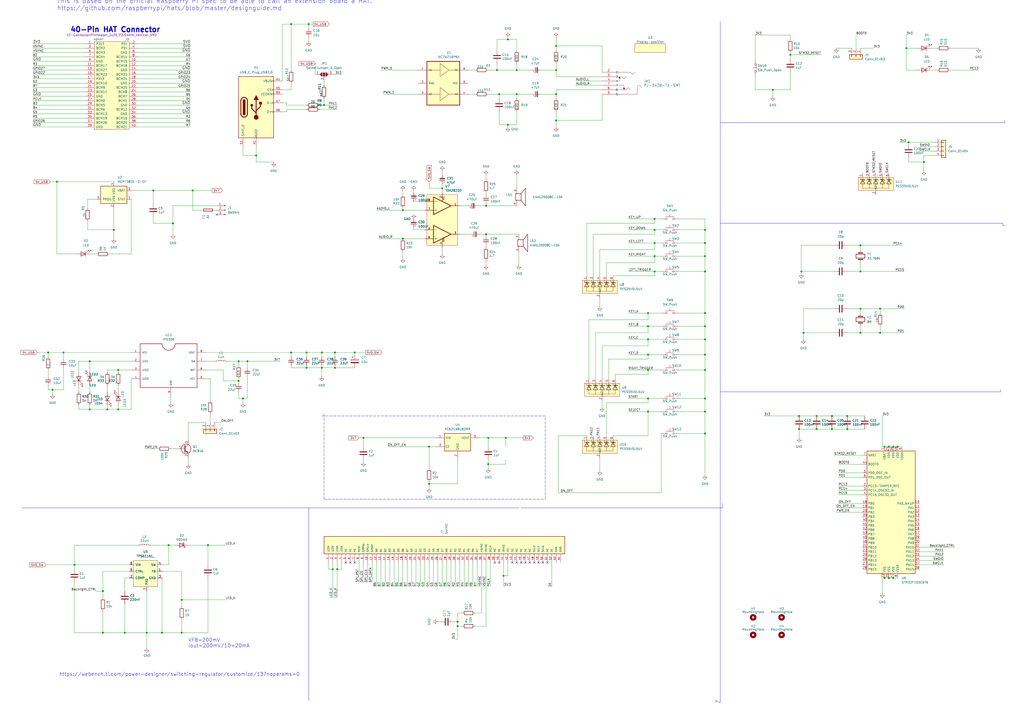
<source format=kicad_sch>
(kicad_sch (version 20230121) (generator eeschema)
  (paper "A2")
  (title_block (title "Raspberry Pi HAT") (rev "A"))
  (junction (at 281.94 135.89))
  (junction (at 294.64 72.39))
  (junction (at 288.29 40.64))
  (junction (at 463.55 248.92))
  (junction (at 513.08 335.28))
  (junction (at 168.91 13.97))
  (junction (at 408.94 238.76))
  (junction (at 186.69 204.47))
  (junction (at 518.16 335.28))
  (junction (at 491.49 241.3))
  (junction (at 195.58 330.2))
  (junction (at 379.73 148.59))
  (junction (at 168.91 204.47))
  (junction (at 43.18 327.66))
  (junction (at 322.58 40.64))
  (junction (at 68.58 237.49))
  (junction (at 322.58 54.61))
  (junction (at 233.68 138.43))
  (junction (at 499.11 157.48))
  (junction (at 97.79 316.23))
  (junction (at 148.59 90.17))
  (junction (at 248.92 259.08))
  (junction (at 52.07 237.49))
  (junction (at 515.62 259.08))
  (junction (at 518.16 259.08))
  (junction (at 408.94 196.85))
  (junction (at 179.07 13.97))
  (junction (at 143.51 209.55))
  (junction (at 283.21 254))
  (junction (at 482.6 241.3))
  (junction (at 491.49 248.92))
  (junction (at 535.94 93.98))
  (junction (at 408.94 157.48))
  (junction (at 194.31 204.47))
  (junction (at 30.48 226.06))
  (junction (at 27.94 204.47))
  (junction (at 375.92 196.85))
  (junction (at 473.71 248.92))
  (junction (at 499.11 193.04))
  (junction (at 68.58 214.63))
  (junction (at 292.1 334.01))
  (junction (at 375.92 181.61))
  (junction (at 379.73 140.97))
  (junction (at 375.92 205.74))
  (junction (at 322.58 26.67))
  (junction (at 193.04 330.2))
  (junction (at 105.41 347.98))
  (junction (at 120.65 316.23))
  (junction (at 458.47 31.75))
  (junction (at 138.43 220.98))
  (junction (at 187.96 60.96))
  (junction (at 510.54 193.04))
  (junction (at 375.92 231.14))
  (junction (at 111.76 110.49))
  (junction (at 482.6 248.92))
  (junction (at 248.92 280.67))
  (junction (at 510.54 179.07))
  (junction (at 408.94 148.59))
  (junction (at 408.94 181.61))
  (junction (at 177.8 213.36))
  (junction (at 473.71 241.3))
  (junction (at 36.83 204.47))
  (junction (at 448.31 52.07))
  (junction (at 281.94 119.38))
  (junction (at 463.55 241.3))
  (junction (at 100.33 129.54))
  (junction (at 59.69 342.9))
  (junction (at 85.09 367.03))
  (junction (at 66.04 133.35))
  (junction (at 88.9 110.49))
  (junction (at 186.69 213.36))
  (junction (at 33.02 105.41))
  (junction (at 520.7 259.08))
  (junction (at 289.56 54.61))
  (junction (at 499.11 179.07))
  (junction (at 379.73 133.35))
  (junction (at 140.97 231.14))
  (junction (at 408.94 189.23))
  (junction (at 283.21 269.24))
  (junction (at 293.37 254))
  (junction (at 379.73 127))
  (junction (at 72.39 367.03))
  (junction (at 375.92 189.23))
  (junction (at 210.82 254))
  (junction (at 408.94 231.14))
  (junction (at 265.43 360.68))
  (junction (at 515.62 335.28))
  (junction (at 408.94 133.35))
  (junction (at 256.54 109.22))
  (junction (at 525.78 27.94))
  (junction (at 527.05 82.55))
  (junction (at 464.82 157.48))
  (junction (at 299.72 40.64))
  (junction (at 177.8 204.47))
  (junction (at 205.74 204.47))
  (junction (at 408.94 140.97))
  (junction (at 499.11 142.24))
  (junction (at 513.08 259.08))
  (junction (at 375.92 214.63))
  (junction (at 379.73 157.48))
  (junction (at 294.64 22.86))
  (junction (at 62.23 237.49))
  (junction (at 299.72 54.61))
  (junction (at 466.09 193.04))
  (junction (at 233.68 121.92))
  (junction (at 408.94 214.63))
  (junction (at 322.58 69.85))
  (junction (at 52.07 209.55))
  (junction (at 93.98 367.03))
  (junction (at 375.92 238.76))
  (junction (at 408.94 251.46))
  (junction (at 59.69 367.03))
  (junction (at 138.43 209.55))
  (junction (at 265.43 363.22))
  (junction (at 105.41 367.03))
  (junction (at 408.94 205.74))
  (junction (at 194.31 213.36))
  (no_connect (at 125.73 124.46))
  (no_connect (at 307.34 326.39))
  (no_connect (at 302.26 326.39))
  (no_connect (at 304.8 326.39))
  (no_connect (at 297.18 326.39))
  (no_connect (at 287.02 326.39))
  (no_connect (at 200.66 326.39))
  (no_connect (at 203.2 326.39))
  (no_connect (at 309.88 326.39))
  (no_connect (at 289.56 326.39))
  (no_connect (at 205.74 326.39))
  (no_connect (at 299.72 326.39))
  (no_connect (at 312.42 326.39))
  (no_connect (at 317.5 326.39))
  (no_connect (at 314.96 326.39))
  (wire (pts (xy 513.08 335.28) (xy 515.62 335.28)))
  (wire (pts (xy 375.92 231.14) (xy 383.54 231.14)))
  (wire (pts (xy 105.41 359.41) (xy 105.41 367.03)))
  (wire (pts (xy 364.49 133.35) (xy 379.73 133.35)))
  (wire (pts (xy 80.01 48.26) (xy 110.49 48.26)))
  (wire (pts (xy 120.65 367.03) (xy 105.41 367.03)))
  (wire (pts (xy 341.63 185.42) (xy 375.92 185.42)))
  (wire (pts (xy 458.47 31.75) (xy 476.25 31.75)))
  (wire (pts (xy 351.79 252.73) (xy 351.79 233.68)))
  (wire (pts (xy 525.78 20.32) (xy 525.78 27.94)))
  (wire (pts (xy 125.73 119.38) (xy 100.33 119.38)))
  (wire (pts (xy 87.63 316.23) (xy 97.79 316.23)))
  (wire (pts (xy 510.54 189.23) (xy 510.54 193.04)))
  (polyline (pts (xy 187.96 289.56) (xy 316.23 289.56)) (stroke (width 0) (type dash)))
  (wire (pts (xy 281.94 153.67) (xy 281.94 151.13)))
  (wire (pts (xy 248.92 280.67) (xy 248.92 283.21)))
  (wire (pts (xy 105.41 347.98) (xy 105.41 351.79)))
  (wire (pts (xy 19.05 53.34) (xy 49.53 53.34)))
  (wire (pts (xy 466.09 193.04) (xy 483.87 193.04)))
  (wire (pts (xy 393.7 140.97) (xy 408.94 140.97)))
  (wire (pts (xy 248.92 105.41) (xy 248.92 109.22)))
  (wire (pts (xy 463.55 241.3) (xy 473.71 241.3)))
  (wire (pts (xy 292.1 326.39) (xy 292.1 334.01)))
  (wire (pts (xy 138.43 219.71) (xy 138.43 220.98)))
  (wire (pts (xy 518.16 335.28) (xy 520.7 335.28)))
  (wire (pts (xy 349.25 41.91) (xy 349.25 26.67)))
  (wire (pts (xy 533.4 317.5) (xy 553.72 317.5)))
  (wire (pts (xy 375.92 208.28) (xy 375.92 205.74)))
  (wire (pts (xy 52.07 215.9) (xy 52.07 209.55)))
  (polyline (pts (xy 581.66 130.81) (xy 582.93 130.81)))
  (wire (pts (xy 49.53 55.88) (xy 19.05 55.88)))
  (wire (pts (xy 458.47 22.86) (xy 458.47 20.32)))
  (wire (pts (xy 408.94 148.59) (xy 408.94 157.48)))
  (wire (pts (xy 375.92 238.76) (xy 383.54 238.76)))
  (wire (pts (xy 283.21 254) (xy 283.21 259.08)))
  (wire (pts (xy 218.44 340.36) (xy 218.44 326.39)))
  (wire (pts (xy 281.94 113.03) (xy 281.94 111.76)))
  (wire (pts (xy 464.82 157.48) (xy 483.87 157.48)))
  (polyline (pts (xy 417.83 71.12) (xy 582.93 71.12)))
  (wire (pts (xy 36.83 208.28) (xy 36.83 204.47)))
  (wire (pts (xy 49.53 73.66) (xy 19.05 73.66)))
  (wire (pts (xy 289.56 54.61) (xy 299.72 54.61)))
  (wire (pts (xy 80.01 60.96) (xy 110.49 60.96)))
  (wire (pts (xy 129.54 214.63) (xy 129.54 220.98)))
  (polyline (pts (xy 186.69 241.3) (xy 316.23 241.3)) (stroke (width 0) (type dash)))
  (wire (pts (xy 364.49 238.76) (xy 375.92 238.76)))
  (wire (pts (xy 293.37 266.7) (xy 293.37 269.24)))
  (wire (pts (xy 129.54 220.98) (xy 138.43 220.98)))
  (wire (pts (xy 533.4 85.09) (xy 542.29 85.09)))
  (polyline (pts (xy 417.83 129.54) (xy 581.66 129.54)))
  (wire (pts (xy 19.05 27.94) (xy 49.53 27.94)))
  (wire (pts (xy 59.69 342.9) (xy 55.88 342.9)))
  (wire (pts (xy 43.18 367.03) (xy 59.69 367.03)))
  (wire (pts (xy 185.42 63.5) (xy 195.58 63.5)))
  (wire (pts (xy 458.47 52.07) (xy 458.47 41.91)))
  (wire (pts (xy 74.93 335.28) (xy 72.39 335.28)))
  (wire (pts (xy 289.56 57.15) (xy 289.56 54.61)))
  (wire (pts (xy 520.7 259.08) (xy 523.24 259.08)))
  (wire (pts (xy 499.11 157.48) (xy 491.49 157.48)))
  (wire (pts (xy 364.49 231.14) (xy 375.92 231.14)))
  (wire (pts (xy 138.43 231.14) (xy 138.43 227.33)))
  (wire (pts (xy 210.82 337.82) (xy 210.82 326.39)))
  (wire (pts (xy 52.07 237.49) (xy 45.72 237.49)))
  (wire (pts (xy 266.7 340.36) (xy 266.7 326.39)))
  (wire (pts (xy 63.5 147.32) (xy 76.2 147.32)))
  (wire (pts (xy 80.01 73.66) (xy 110.49 73.66)))
  (wire (pts (xy 138.43 209.55) (xy 143.51 209.55)))
  (wire (pts (xy 45.72 237.49) (xy 45.72 234.95)))
  (wire (pts (xy 119.38 204.47) (xy 168.91 204.47)))
  (wire (pts (xy 322.58 44.45) (xy 322.58 40.64)))
  (wire (pts (xy 533.4 320.04) (xy 547.37 320.04)))
  (wire (pts (xy 223.52 340.36) (xy 223.52 326.39)))
  (wire (pts (xy 49.53 58.42) (xy 19.05 58.42)))
  (wire (pts (xy 59.69 331.47) (xy 74.93 331.47)))
  (wire (pts (xy 21.59 204.47) (xy 27.94 204.47)))
  (wire (pts (xy 76.2 147.32) (xy 76.2 115.57)))
  (wire (pts (xy 364.49 127) (xy 379.73 127)))
  (wire (pts (xy 299.72 54.61) (xy 308.61 54.61)))
  (wire (pts (xy 119.38 219.71) (xy 121.92 219.71)))
  (wire (pts (xy 233.68 121.92) (xy 246.38 121.92)))
  (wire (pts (xy 105.41 331.47) (xy 105.41 347.98)))
  (wire (pts (xy 379.73 144.78) (xy 379.73 140.97)))
  (wire (pts (xy 88.9 110.49) (xy 111.76 110.49)))
  (wire (pts (xy 80.01 33.02) (xy 110.49 33.02)))
  (wire (pts (xy 266.7 135.89) (xy 273.05 135.89)))
  (wire (pts (xy 177.8 204.47) (xy 186.69 204.47)))
  (wire (pts (xy 351.79 160.02) (xy 351.79 152.4)))
  (wire (pts (xy 466.09 193.04) (xy 466.09 179.07)))
  (wire (pts (xy 393.7 133.35) (xy 408.94 133.35)))
  (wire (pts (xy 219.71 138.43) (xy 233.68 138.43)))
  (wire (pts (xy 356.87 217.17) (xy 375.92 217.17)))
  (wire (pts (xy 179.07 13.97) (xy 181.61 13.97)))
  (wire (pts (xy 88.9 125.73) (xy 88.9 129.54)))
  (wire (pts (xy 393.7 127) (xy 408.94 127)))
  (wire (pts (xy 486.41 292.1) (xy 500.38 292.1)))
  (wire (pts (xy 256.54 147.32) (xy 256.54 143.51)))
  (wire (pts (xy 281.94 119.38) (xy 276.86 119.38)))
  (wire (pts (xy 231.14 340.36) (xy 231.14 326.39)))
  (wire (pts (xy 50.8 133.35) (xy 66.04 133.35)))
  (polyline (pts (xy 302.26 294.64) (xy 419.1 294.64)))
  (wire (pts (xy 521.97 82.55) (xy 527.05 82.55)))
  (wire (pts (xy 349.25 44.45) (xy 322.58 44.45)))
  (wire (pts (xy 499.11 157.48) (xy 524.51 157.48)))
  (wire (pts (xy 163.83 64.77) (xy 166.37 64.77)))
  (wire (pts (xy 68.58 234.95) (xy 68.58 237.49)))
  (wire (pts (xy 408.94 196.85) (xy 408.94 205.74)))
  (wire (pts (xy 248.92 279.4) (xy 248.92 280.67)))
  (wire (pts (xy 166.37 64.77) (xy 166.37 63.5)))
  (wire (pts (xy 186.69 204.47) (xy 194.31 204.47)))
  (wire (pts (xy 349.25 200.66) (xy 375.92 200.66)))
  (wire (pts (xy 458.47 31.75) (xy 458.47 34.29)))
  (wire (pts (xy 408.94 238.76) (xy 408.94 251.46)))
  (wire (pts (xy 143.51 209.55) (xy 162.56 209.55)))
  (wire (pts (xy 166.37 60.96) (xy 166.37 59.69)))
  (wire (pts (xy 215.9 326.39) (xy 215.9 337.82)))
  (wire (pts (xy 499.11 193.04) (xy 510.54 193.04)))
  (wire (pts (xy 228.6 340.36) (xy 228.6 326.39)))
  (wire (pts (xy 364.49 181.61) (xy 375.92 181.61)))
  (wire (pts (xy 240.03 133.35) (xy 246.38 133.35)))
  (wire (pts (xy 52.07 223.52) (xy 52.07 227.33)))
  (wire (pts (xy 138.43 220.98) (xy 138.43 222.25)))
  (wire (pts (xy 80.01 30.48) (xy 110.49 30.48)))
  (wire (pts (xy 59.69 331.47) (xy 59.69 342.9)))
  (wire (pts (xy 345.44 193.04) (xy 375.92 193.04)))
  (wire (pts (xy 408.94 140.97) (xy 408.94 148.59)))
  (wire (pts (xy 347.98 144.78) (xy 379.73 144.78)))
  (wire (pts (xy 266.7 119.38) (xy 271.78 119.38)))
  (wire (pts (xy 256.54 340.36) (xy 256.54 326.39)))
  (wire (pts (xy 80.01 58.42) (xy 110.49 58.42)))
  (wire (pts (xy 109.22 245.11) (xy 119.38 245.11)))
  (wire (pts (xy 19.05 50.8) (xy 49.53 50.8)))
  (wire (pts (xy 527.05 93.98) (xy 535.94 93.98)))
  (wire (pts (xy 379.73 157.48) (xy 383.54 157.48)))
  (wire (pts (xy 148.59 90.17) (xy 148.59 93.98)))
  (wire (pts (xy 288.29 36.83) (xy 288.29 40.64)))
  (wire (pts (xy 294.64 21.59) (xy 294.64 22.86)))
  (wire (pts (xy 50.8 120.65) (xy 50.8 115.57)))
  (wire (pts (xy 68.58 214.63) (xy 76.2 214.63)))
  (wire (pts (xy 313.69 40.64) (xy 322.58 40.64)))
  (wire (pts (xy 109.22 255.27) (xy 109.22 245.11)))
  (wire (pts (xy 408.94 157.48) (xy 408.94 181.61)))
  (wire (pts (xy 525.78 27.94) (xy 532.13 27.94)))
  (wire (pts (xy 143.51 231.14) (xy 140.97 231.14)))
  (wire (pts (xy 344.17 135.89) (xy 379.73 135.89)))
  (wire (pts (xy 186.69 207.01) (xy 186.69 204.47)))
  (wire (pts (xy 294.64 334.01) (xy 294.64 326.39)))
  (wire (pts (xy 140.97 90.17) (xy 148.59 90.17)))
  (wire (pts (xy 349.25 52.07) (xy 322.58 52.07)))
  (wire (pts (xy 43.18 327.66) (xy 43.18 330.2)))
  (wire (pts (xy 252.73 259.08) (xy 248.92 259.08)))
  (wire (pts (xy 353.06 219.71) (xy 353.06 208.28)))
  (wire (pts (xy 379.73 152.4) (xy 379.73 148.59)))
  (polyline (pts (xy 417.83 407.67) (xy 415.29 406.4)))
  (wire (pts (xy 80.01 35.56) (xy 110.49 35.56)))
  (wire (pts (xy 393.7 148.59) (xy 408.94 148.59)))
  (wire (pts (xy 33.02 105.41) (xy 33.02 147.32)))
  (wire (pts (xy 80.01 55.88) (xy 110.49 55.88)))
  (wire (pts (xy 265.43 360.68) (xy 265.43 355.6)))
  (wire (pts (xy 322.58 40.64) (xy 322.58 36.83)))
  (wire (pts (xy 379.73 148.59) (xy 383.54 148.59)))
  (wire (pts (xy 383.54 251.46) (xy 383.54 285.75)))
  (wire (pts (xy 527.05 82.55) (xy 527.05 83.82)))
  (wire (pts (xy 168.91 207.01) (xy 168.91 204.47)))
  (wire (pts (xy 220.98 40.64) (xy 242.57 40.64)))
  (wire (pts (xy 210.82 266.7) (xy 210.82 267.97)))
  (wire (pts (xy 293.37 254) (xy 293.37 259.08)))
  (wire (pts (xy 251.46 340.36) (xy 251.46 326.39)))
  (wire (pts (xy 248.92 259.08) (xy 248.92 271.78)))
  (wire (pts (xy 179.07 13.97) (xy 179.07 16.51)))
  (wire (pts (xy 511.81 241.3) (xy 511.81 259.08)))
  (wire (pts (xy 19.05 38.1) (xy 49.53 38.1)))
  (wire (pts (xy 49.53 35.56) (xy 19.05 35.56)))
  (wire (pts (xy 224.79 259.08) (xy 248.92 259.08)))
  (wire (pts (xy 50.8 115.57) (xy 55.88 115.57)))
  (wire (pts (xy 72.39 350.52) (xy 72.39 367.03)))
  (wire (pts (xy 187.96 57.15) (xy 187.96 60.96)))
  (wire (pts (xy 288.29 40.64) (xy 299.72 40.64)))
  (wire (pts (xy 510.54 179.07) (xy 524.51 179.07)))
  (wire (pts (xy 120.65 335.28) (xy 120.65 367.03)))
  (wire (pts (xy 496.57 20.32) (xy 496.57 27.94)))
  (wire (pts (xy 283.21 271.78) (xy 283.21 269.24)))
  (wire (pts (xy 347.98 273.05) (xy 347.98 265.43)))
  (wire (pts (xy 52.07 209.55) (xy 76.2 209.55)))
  (wire (pts (xy 483.87 264.16) (xy 500.38 264.16)))
  (wire (pts (xy 299.72 119.38) (xy 281.94 119.38)))
  (wire (pts (xy 486.41 287.02) (xy 500.38 287.02)))
  (wire (pts (xy 68.58 237.49) (xy 62.23 237.49)))
  (wire (pts (xy 36.83 213.36) (xy 36.83 226.06)))
  (wire (pts (xy 27.94 204.47) (xy 36.83 204.47)))
  (wire (pts (xy 364.49 140.97) (xy 379.73 140.97)))
  (wire (pts (xy 364.49 189.23) (xy 375.92 189.23)))
  (wire (pts (xy 62.23 234.95) (xy 62.23 237.49)))
  (wire (pts (xy 408.94 127) (xy 408.94 133.35)))
  (wire (pts (xy 264.16 340.36) (xy 264.16 326.39)))
  (wire (pts (xy 535.94 93.98) (xy 535.94 99.06)))
  (wire (pts (xy 278.13 254) (xy 283.21 254)))
  (wire (pts (xy 525.78 27.94) (xy 525.78 40.64)))
  (wire (pts (xy 208.28 254) (xy 210.82 254)))
  (wire (pts (xy 195.58 330.2) (xy 195.58 326.39)))
  (wire (pts (xy 240.03 116.84) (xy 246.38 116.84)))
  (wire (pts (xy 294.64 22.86) (xy 299.72 22.86)))
  (wire (pts (xy 533.4 322.58) (xy 547.37 322.58)))
  (wire (pts (xy 80.01 63.5) (xy 110.49 63.5)))
  (wire (pts (xy 120.65 316.23) (xy 130.81 316.23)))
  (wire (pts (xy 143.51 218.44) (xy 143.51 231.14)))
  (wire (pts (xy 491.49 179.07) (xy 499.11 179.07)))
  (wire (pts (xy 140.97 233.68) (xy 140.97 231.14)))
  (wire (pts (xy 76.2 237.49) (xy 68.58 237.49)))
  (wire (pts (xy 542.29 90.17) (xy 535.94 90.17)))
  (wire (pts (xy 340.36 129.54) (xy 340.36 160.02)))
  (wire (pts (xy 168.91 213.36) (xy 177.8 213.36)))
  (wire (pts (xy 379.73 127) (xy 383.54 127)))
  (wire (pts (xy 240.03 132.08) (xy 240.03 133.35)))
  (wire (pts (xy 491.49 241.3) (xy 501.65 241.3)))
  (wire (pts (xy 256.54 106.68) (xy 256.54 109.22)))
  (wire (pts (xy 349.25 236.22) (xy 349.25 232.41)))
  (wire (pts (xy 299.72 36.83) (xy 299.72 40.64)))
  (wire (pts (xy 473.71 248.92) (xy 482.6 248.92)))
  (wire (pts (xy 85.09 375.92) (xy 85.09 367.03)))
  (wire (pts (xy 29.21 105.41) (xy 33.02 105.41)))
  (wire (pts (xy 491.49 193.04) (xy 499.11 193.04)))
  (wire (pts (xy 276.86 340.36) (xy 276.86 326.39)))
  (wire (pts (xy 80.01 25.4) (xy 110.49 25.4)))
  (wire (pts (xy 299.72 72.39) (xy 299.72 64.77)))
  (wire (pts (xy 43.18 337.82) (xy 43.18 367.03)))
  (wire (pts (xy 210.82 259.08) (xy 210.82 254)))
  (wire (pts (xy 80.01 71.12) (xy 110.49 71.12)))
  (wire (pts (xy 193.04 330.2) (xy 193.04 326.39)))
  (wire (pts (xy 19.05 68.58) (xy 49.53 68.58)))
  (wire (pts (xy 168.91 212.09) (xy 168.91 213.36)))
  (wire (pts (xy 292.1 340.36) (xy 292.1 334.01)))
  (wire (pts (xy 52.07 234.95) (xy 52.07 237.49)))
  (wire (pts (xy 186.69 213.36) (xy 177.8 213.36)))
  (wire (pts (xy 45.72 223.52) (xy 45.72 227.33)))
  (wire (pts (xy 393.7 205.74) (xy 408.94 205.74)))
  (wire (pts (xy 300.99 153.67) (xy 300.99 146.05)))
  (wire (pts (xy 265.43 355.6) (xy 267.97 355.6)))
  (wire (pts (xy 177.8 60.96) (xy 166.37 60.96)))
  (wire (pts (xy 283.21 40.64) (xy 288.29 40.64)))
  (wire (pts (xy 499.11 193.04) (xy 499.11 189.23)))
  (wire (pts (xy 182.88 36.83) (xy 182.88 43.18)))
  (wire (pts (xy 80.01 43.18) (xy 110.49 43.18)))
  (wire (pts (xy 355.6 252.73) (xy 375.92 252.73)))
  (wire (pts (xy 393.7 251.46) (xy 408.94 251.46)))
  (wire (pts (xy 485.14 297.18) (xy 500.38 297.18)))
  (wire (pts (xy 353.06 208.28) (xy 375.92 208.28)))
  (wire (pts (xy 299.72 22.86) (xy 299.72 29.21)))
  (polyline (pts (xy 581.66 129.54) (xy 581.66 130.81)))
  (wire (pts (xy 36.83 204.47) (xy 76.2 204.47)))
  (wire (pts (xy 213.36 337.82) (xy 213.36 326.39)))
  (wire (pts (xy 83.82 260.35) (xy 91.44 260.35)))
  (wire (pts (xy 533.4 325.12) (xy 547.37 325.12)))
  (polyline (pts (xy 582.93 69.85) (xy 582.93 71.12)))
  (wire (pts (xy 345.44 219.71) (xy 345.44 193.04)))
  (wire (pts (xy 59.69 354.33) (xy 59.69 367.03)))
  (wire (pts (xy 19.05 66.04) (xy 49.53 66.04)))
  (wire (pts (xy 511.81 344.17) (xy 511.81 335.28)))
  (wire (pts (xy 76.2 219.71) (xy 76.2 237.49)))
  (wire (pts (xy 448.31 52.07) (xy 448.31 55.88)))
  (wire (pts (xy 486.41 276.86) (xy 500.38 276.86)))
  (wire (pts (xy 527.05 82.55) (xy 542.29 82.55)))
  (wire (pts (xy 19.05 30.48) (xy 49.53 30.48)))
  (wire (pts (xy 438.15 52.07) (xy 448.31 52.07)))
  (wire (pts (xy 99.06 233.68) (xy 99.06 229.87)))
  (wire (pts (xy 62.23 214.63) (xy 68.58 214.63)))
  (wire (pts (xy 511.81 335.28) (xy 513.08 335.28)))
  (wire (pts (xy 236.22 340.36) (xy 236.22 326.39)))
  (wire (pts (xy 198.12 326.39) (xy 198.12 330.2)))
  (wire (pts (xy 486.41 281.94) (xy 500.38 281.94)))
  (wire (pts (xy 264.16 370.84) (xy 265.43 370.84)))
  (wire (pts (xy 80.01 53.34) (xy 110.49 53.34)))
  (wire (pts (xy 27.94 226.06) (xy 27.94 223.52)))
  (wire (pts (xy 66.04 120.65) (xy 66.04 133.35)))
  (wire (pts (xy 393.7 181.61) (xy 408.94 181.61)))
  (wire (pts (xy 486.41 274.32) (xy 500.38 274.32)))
  (wire (pts (xy 340.36 129.54) (xy 379.73 129.54)))
  (wire (pts (xy 322.58 73.66) (xy 322.58 69.85)))
  (wire (pts (xy 533.4 87.63) (xy 542.29 87.63)))
  (wire (pts (xy 148.59 85.09) (xy 148.59 90.17)))
  (polyline (pts (xy 415.29 406.4) (xy 415.29 407.67)))
  (wire (pts (xy 499.11 179.07) (xy 499.11 181.61)))
  (wire (pts (xy 218.44 121.92) (xy 233.68 121.92)))
  (wire (pts (xy 539.75 40.64) (xy 543.56 40.64)))
  (wire (pts (xy 527.05 91.44) (xy 527.05 93.98)))
  (wire (pts (xy 187.96 60.96) (xy 195.58 60.96)))
  (wire (pts (xy 262.89 360.68) (xy 265.43 360.68)))
  (wire (pts (xy 364.49 205.74) (xy 375.92 205.74)))
  (wire (pts (xy 375.92 196.85) (xy 383.54 196.85)))
  (wire (pts (xy 344.17 160.02) (xy 344.17 135.89)))
  (wire (pts (xy 132.08 209.55) (xy 138.43 209.55)))
  (wire (pts (xy 205.74 204.47) (xy 212.09 204.47)))
  (wire (pts (xy 393.7 238.76) (xy 408.94 238.76)))
  (wire (pts (xy 271.78 340.36) (xy 271.78 326.39)))
  (wire (pts (xy 466.09 196.85) (xy 466.09 193.04)))
  (wire (pts (xy 485.14 27.94) (xy 494.03 27.94)))
  (wire (pts (xy 458.47 30.48) (xy 458.47 31.75)))
  (polyline (pts (xy 187.96 240.03) (xy 187.96 289.56)) (stroke (width 0) (type dash)))
  (wire (pts (xy 19.05 48.26) (xy 49.53 48.26)))
  (wire (pts (xy 194.31 204.47) (xy 205.74 204.47)))
  (wire (pts (xy 375.92 252.73) (xy 375.92 238.76)))
  (wire (pts (xy 194.31 212.09) (xy 194.31 213.36)))
  (wire (pts (xy 299.72 101.6) (xy 299.72 109.22)))
  (wire (pts (xy 80.01 316.23) (xy 43.18 316.23)))
  (wire (pts (xy 281.94 101.6) (xy 281.94 104.14)))
  (wire (pts (xy 293.37 269.24) (xy 283.21 269.24)))
  (wire (pts (xy 473.71 241.3) (xy 482.6 241.3)))
  (wire (pts (xy 275.59 355.6) (xy 279.4 355.6)))
  (wire (pts (xy 511.81 259.08) (xy 513.08 259.08)))
  (wire (pts (xy 408.94 181.61) (xy 408.94 189.23)))
  (wire (pts (xy 120.65 327.66) (xy 120.65 316.23)))
  (wire (pts (xy 240.03 110.49) (xy 240.03 111.76)))
  (wire (pts (xy 518.16 259.08) (xy 520.7 259.08)))
  (wire (pts (xy 193.04 43.18) (xy 198.12 43.18)))
  (wire (pts (xy 45.72 209.55) (xy 52.07 209.55)))
  (wire (pts (xy 379.73 129.54) (xy 379.73 127)))
  (wire (pts (xy 458.47 20.32) (xy 438.15 20.32)))
  (wire (pts (xy 163.83 13.97) (xy 168.91 13.97)))
  (wire (pts (xy 438.15 44.45) (xy 438.15 52.07)))
  (wire (pts (xy 491.49 142.24) (xy 499.11 142.24)))
  (wire (pts (xy 265.43 280.67) (xy 248.92 280.67)))
  (wire (pts (xy 265.43 266.7) (xy 265.43 280.67)))
  (wire (pts (xy 168.91 204.47) (xy 177.8 204.47)))
  (wire (pts (xy 294.64 73.66) (xy 294.64 72.39)))
  (wire (pts (xy 464.82 158.75) (xy 464.82 157.48)))
  (wire (pts (xy 355.6 160.02) (xy 379.73 160.02)))
  (wire (pts (xy 19.05 60.96) (xy 49.53 60.96)))
  (wire (pts (xy 19.05 45.72) (xy 49.53 45.72)))
  (wire (pts (xy 486.41 284.48) (xy 500.38 284.48)))
  (wire (pts (xy 379.73 160.02) (xy 379.73 157.48)))
  (wire (pts (xy 303.53 254) (xy 293.37 254)))
  (polyline (pts (xy 417.83 12.7) (xy 417.83 407.67)))
  (wire (pts (xy 533.4 327.66) (xy 547.37 327.66)))
  (wire (pts (xy 364.49 148.59) (xy 379.73 148.59)))
  (wire (pts (xy 393.7 214.63) (xy 408.94 214.63)))
  (wire (pts (xy 349.25 26.67) (xy 322.58 26.67)))
  (wire (pts (xy 334.01 49.53) (xy 349.25 49.53)))
  (wire (pts (xy 19.05 71.12) (xy 49.53 71.12)))
  (wire (pts (xy 499.11 179.07) (xy 510.54 179.07)))
  (wire (pts (xy 281.94 142.24) (xy 281.94 143.51)))
  (wire (pts (xy 93.98 331.47) (xy 105.41 331.47)))
  (wire (pts (xy 19.05 33.02) (xy 49.53 33.02)))
  (wire (pts (xy 466.09 179.07) (xy 483.87 179.07)))
  (wire (pts (xy 379.73 133.35) (xy 383.54 133.35)))
  (wire (pts (xy 143.51 213.36) (xy 143.51 209.55)))
  (wire (pts (xy 408.94 251.46) (xy 408.94 275.59)))
  (wire (pts (xy 233.68 110.49) (xy 233.68 113.03)))
  (wire (pts (xy 341.63 219.71) (xy 341.63 185.42)))
  (wire (pts (xy 168.91 13.97) (xy 179.07 13.97)))
  (polyline (pts (xy 12.7 294.64) (xy 179.07 294.64)))
  (wire (pts (xy 59.69 342.9) (xy 59.69 346.71)))
  (wire (pts (xy 125.73 121.92) (xy 124.46 121.92)))
  (wire (pts (xy 194.31 213.36) (xy 186.69 213.36)))
  (wire (pts (xy 80.01 40.64) (xy 110.49 40.64)))
  (wire (pts (xy 138.43 212.09) (xy 138.43 209.55)))
  (wire (pts (xy 62.23 227.33) (xy 62.23 223.52)))
  (wire (pts (xy 499.11 142.24) (xy 499.11 144.78)))
  (wire (pts (xy 375.92 189.23) (xy 383.54 189.23)))
  (wire (pts (xy 300.99 135.89) (xy 281.94 135.89)))
  (wire (pts (xy 52.07 147.32) (xy 55.88 147.32)))
  (wire (pts (xy 393.7 189.23) (xy 408.94 189.23)))
  (wire (pts (xy 393.7 231.14) (xy 408.94 231.14)))
  (wire (pts (xy 515.62 259.08) (xy 518.16 259.08)))
  (wire (pts (xy 283.21 269.24) (xy 283.21 266.7)))
  (wire (pts (xy 464.82 142.24) (xy 483.87 142.24)))
  (wire (pts (xy 80.01 50.8) (xy 110.49 50.8)))
  (wire (pts (xy 499.11 152.4) (xy 499.11 157.48)))
  (wire (pts (xy 97.79 316.23) (xy 101.6 316.23)))
  (wire (pts (xy 193.04 346.71) (xy 193.04 330.2)))
  (wire (pts (xy 222.25 54.61) (xy 242.57 54.61)))
  (wire (pts (xy 274.32 340.36) (xy 274.32 326.39)))
  (wire (pts (xy 275.59 363.22) (xy 281.94 363.22)))
  (wire (pts (xy 375.92 181.61) (xy 383.54 181.61)))
  (wire (pts (xy 463.55 248.92) (xy 473.71 248.92)))
  (wire (pts (xy 80.01 68.58) (xy 110.49 68.58)))
  (wire (pts (xy 158.75 93.98) (xy 148.59 93.98)))
  (wire (pts (xy 349.25 69.85) (xy 322.58 69.85)))
  (wire (pts (xy 177.8 207.01) (xy 177.8 204.47)))
  (wire (pts (xy 85.09 367.03) (xy 93.98 367.03)))
  (wire (pts (xy 408.94 231.14) (xy 408.94 238.76)))
  (wire (pts (xy 166.37 59.69) (xy 163.83 59.69)))
  (wire (pts (xy 289.56 72.39) (xy 294.64 72.39)))
  (wire (pts (xy 323.85 285.75) (xy 323.85 252.73)))
  (wire (pts (xy 279.4 355.6) (xy 279.4 326.39)))
  (wire (pts (xy 248.92 109.22) (xy 256.54 109.22)))
  (wire (pts (xy 323.85 252.73) (xy 340.36 252.73)))
  (wire (pts (xy 334.01 46.99) (xy 349.25 46.99)))
  (wire (pts (xy 163.83 52.07) (xy 168.91 52.07)))
  (wire (pts (xy 271.78 40.64) (xy 275.59 40.64)))
  (wire (pts (xy 186.69 212.09) (xy 186.69 213.36)))
  (wire (pts (xy 364.49 157.48) (xy 379.73 157.48)))
  (wire (pts (xy 379.73 135.89) (xy 379.73 133.35)))
  (wire (pts (xy 322.58 52.07) (xy 322.58 54.61)))
  (wire (pts (xy 539.75 27.94) (xy 543.56 27.94)))
  (wire (pts (xy 59.69 367.03) (xy 72.39 367.03)))
  (wire (pts (xy 140.97 231.14) (xy 138.43 231.14)))
  (wire (pts (xy 80.01 45.72) (xy 110.49 45.72)))
  (wire (pts (xy 19.05 40.64) (xy 49.53 40.64)))
  (wire (pts (xy 123.19 110.49) (xy 111.76 110.49)))
  (wire (pts (xy 124.46 245.11) (xy 128.27 245.11)))
  (wire (pts (xy 448.31 52.07) (xy 458.47 52.07)))
  (wire (pts (xy 109.22 265.43) (xy 109.22 269.24)))
  (wire (pts (xy 140.97 85.09) (xy 140.97 90.17)))
  (wire (pts (xy 68.58 215.9) (xy 68.58 214.63)))
  (wire (pts (xy 185.42 60.96) (xy 187.96 60.96)))
  (wire (pts (xy 288.29 29.21) (xy 288.29 22.86)))
  (wire (pts (xy 168.91 40.64) (xy 168.91 13.97)))
  (wire (pts (xy 80.01 27.94) (xy 110.49 27.94)))
  (wire (pts (xy 80.01 38.1) (xy 110.49 38.1)))
  (wire (pts (xy 80.01 66.04) (xy 110.49 66.04)))
  (wire (pts (xy 292.1 334.01) (xy 294.64 334.01)))
  (wire (pts (xy 62.23 237.49) (xy 52.07 237.49)))
  (wire (pts (xy 364.49 196.85) (xy 375.92 196.85)))
  (wire (pts (xy 379.73 140.97) (xy 383.54 140.97)))
  (wire (pts (xy 121.92 240.03) (xy 121.92 245.11)))
  (wire (pts (xy 49.53 25.4) (xy 19.05 25.4)))
  (wire (pts (xy 45.72 215.9) (xy 45.72 209.55)))
  (wire (pts (xy 124.46 209.55) (xy 119.38 209.55)))
  (wire (pts (xy 313.69 54.61) (xy 322.58 54.61)))
  (wire (pts (xy 289.56 64.77) (xy 289.56 72.39)))
  (wire (pts (xy 535.94 90.17) (xy 535.94 93.98)))
  (wire (pts (xy 256.54 109.22) (xy 256.54 111.76)))
  (wire (pts (xy 265.43 363.22) (xy 267.97 363.22)))
  (wire (pts (xy 491.49 248.92) (xy 501.65 248.92)))
  (wire (pts (xy 119.38 214.63) (xy 129.54 214.63)))
  (wire (pts (xy 499.11 27.94) (xy 506.73 27.94)))
  (wire (pts (xy 513.08 259.08) (xy 515.62 259.08)))
  (wire (pts (xy 375.92 185.42) (xy 375.92 181.61)))
  (wire (pts (xy 163.83 13.97) (xy 163.83 46.99)))
  (wire (pts (xy 33.02 105.41) (xy 66.04 105.41)))
  (wire (pts (xy 93.98 335.28) (xy 93.98 367.03)))
  (wire (pts (xy 93.98 367.03) (xy 105.41 367.03)))
  (wire (pts (xy 36.83 226.06) (xy 30.48 226.06)))
  (wire (pts (xy 68.58 227.33) (xy 68.58 223.52)))
  (wire (pts (xy 194.31 207.01) (xy 194.31 204.47)))
  (wire (pts (xy 347.98 172.72) (xy 347.98 177.8)))
  (wire (pts (xy 283.21 54.61) (xy 289.56 54.61)))
  (wire (pts (xy 551.18 27.94) (xy 567.69 27.94)))
  (wire (pts (xy 322.58 29.21) (xy 322.58 26.67)))
  (wire (pts (xy 74.93 327.66) (xy 43.18 327.66)))
  (wire (pts (xy 233.68 120.65) (xy 233.68 121.92)))
  (wire (pts (xy 375.92 233.68) (xy 375.92 231.14)))
  (wire (pts (xy 322.58 54.61) (xy 322.58 57.15)))
  (wire (pts (xy 364.49 214.63) (xy 375.92 214.63)))
  (wire (pts (xy 210.82 254) (xy 252.73 254)))
  (wire (pts (xy 97.79 327.66) (xy 93.98 327.66)))
  (wire (pts (xy 463.55 248.92) (xy 463.55 254)))
  (polyline (pts (xy 580.39 226.06) (xy 580.39 227.33)))
  (wire (pts (xy 322.58 21.59) (xy 322.58 26.67)))
  (wire (pts (xy 393.7 157.48) (xy 408.94 157.48)))
  (wire (pts (xy 100.33 119.38) (xy 100.33 129.54)))
  (wire (pts (xy 166.37 63.5) (xy 177.8 63.5)))
  (wire (pts (xy 408.94 189.23) (xy 408.94 196.85)))
  (wire (pts (xy 88.9 129.54) (xy 100.33 129.54)))
  (wire (pts (xy 294.64 72.39) (xy 299.72 72.39)))
  (wire (pts (xy 233.68 138.43) (xy 246.38 138.43)))
  (wire (pts (xy 30.48 228.6) (xy 30.48 226.06)))
  (wire (pts (xy 208.28 326.39) (xy 208.28 337.82)))
  (wire (pts (xy 72.39 367.03) (xy 85.09 367.03)))
  (wire (pts (xy 356.87 219.71) (xy 356.87 217.17)))
  (wire (pts (xy 351.79 152.4) (xy 379.73 152.4)))
  (wire (pts (xy 205.74 213.36) (xy 194.31 213.36)))
  (wire (pts (xy 281.94 363.22) (xy 281.94 326.39)))
  (polyline (pts (xy 419.1 292.1) (xy 419.1 294.64)))
  (wire (pts (xy 349.25 219.71) (xy 349.25 200.66)))
  (wire (pts (xy 43.18 327.66) (xy 26.67 327.66)))
  (wire (pts (xy 485.14 294.64) (xy 500.38 294.64)))
  (wire (pts (xy 179.07 21.59) (xy 179.07 24.13)))
  (wire (pts (xy 226.06 340.36) (xy 226.06 326.39)))
  (wire (pts (xy 443.23 241.3) (xy 463.55 241.3)))
  (wire (pts (xy 375.92 193.04) (xy 375.92 189.23)))
  (wire (pts (xy 85.09 342.9) (xy 85.09 367.03)))
  (wire (pts (xy 33.02 147.32) (xy 44.45 147.32)))
  (wire (pts (xy 19.05 63.5) (xy 49.53 63.5)))
  (wire (pts (xy 243.84 340.36) (xy 243.84 326.39)))
  (wire (pts (xy 525.78 40.64) (xy 532.13 40.64)))
  (wire (pts (xy 220.98 340.36) (xy 220.98 326.39)))
  (wire (pts (xy 347.98 160.02) (xy 347.98 144.78)))
  (wire (pts (xy 320.04 340.36) (xy 320.04 326.39)))
  (wire (pts (xy 100.33 129.54) (xy 100.33 135.89)))
  (wire (pts (xy 281.94 135.89) (xy 281.94 137.16)))
  (wire (pts (xy 269.24 340.36) (xy 269.24 326.39)))
  (wire (pts (xy 375.92 217.17) (xy 375.92 214.63)))
  (wire (pts (xy 271.78 54.61) (xy 275.59 54.61)))
  (wire (pts (xy 195.58 346.71) (xy 195.58 330.2)))
  (wire (pts (xy 198.12 330.2) (xy 195.58 330.2)))
  (wire (pts (xy 408.94 133.35) (xy 408.94 140.97)))
  (wire (pts (xy 510.54 193.04) (xy 524.51 193.04)))
  (polyline (pts (xy 316.23 289.56) (xy 316.23 241.3)) (stroke (width 0) (type dash)))
  (wire (pts (xy 88.9 110.49) (xy 88.9 118.11)))
  (wire (pts (xy 482.6 241.3) (xy 491.49 241.3)))
  (wire (pts (xy 27.94 207.01) (xy 27.94 204.47)))
  (wire (pts (xy 393.7 196.85) (xy 408.94 196.85)))
  (polyline (pts (xy 179.07 294.64) (xy 300.99 294.64)))
  (wire (pts (xy 241.3 340.36) (xy 241.3 326.39)))
  (wire (pts (xy 246.38 340.36) (xy 246.38 326.39)))
  (wire (pts (xy 288.29 22.86) (xy 294.64 22.86)))
  (polyline (pts (xy 417.83 227.33) (xy 580.39 227.33)))
  (wire (pts (xy 190.5 330.2) (xy 193.04 330.2)))
  (wire (pts (xy 351.79 233.68) (xy 375.92 233.68)))
  (wire (pts (xy 187.96 46.99) (xy 187.96 49.53)))
  (wire (pts (xy 438.15 20.32) (xy 438.15 34.29)))
  (wire (pts (xy 50.8 128.27) (xy 50.8 133.35)))
  (wire (pts (xy 121.92 232.41) (xy 121.92 219.71)))
  (wire (pts (xy 299.72 40.64) (xy 308.61 40.64)))
  (wire (pts (xy 190.5 326.39) (xy 190.5 330.2)))
  (wire (pts (xy 19.05 43.18) (xy 49.53 43.18)))
  (wire (pts (xy 43.18 316.23) (xy 43.18 327.66)))
  (wire (pts (xy 299.72 57.15) (xy 299.72 54.61)))
  (wire (pts (xy 408.94 205.74) (xy 408.94 214.63)))
  (wire (pts (xy 30.48 226.06) (xy 27.94 226.06)))
  (wire (pts (xy 322.58 64.77) (xy 322.58 69.85)))
  (wire (pts (xy 499.11 142.24) (xy 523.24 142.24)))
  (wire (pts (xy 551.18 40.64) (xy 567.69 40.64)))
  (wire (pts (xy 111.76 121.92) (xy 116.84 121.92)))
  (wire (pts (xy 284.48 340.36) (xy 284.48 326.39)))
  (wire (pts (xy 27.94 214.63) (xy 27.94 218.44)))
  (wire (pts (xy 233.68 149.86) (xy 233.68 146.05)))
  (wire (pts (xy 99.06 260.35) (xy 101.6 260.35)))
  (wire (pts (xy 186.69 218.44) (xy 186.69 213.36)))
  (wire (pts (xy 278.13 135.89) (xy 281.94 135.89)))
  (wire (pts (xy 238.76 340.36) (xy 238.76 326.39)))
  (wire (pts (xy 205.74 205.74) (xy 205.74 204.47)))
  (wire (pts (xy 111.76 121.92) (xy 111.76 110.49)))
  (wire (pts (xy 105.41 347.98) (xy 130.81 347.98)))
  (wire (pts (xy 168.91 52.07) (xy 168.91 48.26)))
  (wire (pts (xy 256.54 99.06) (xy 256.54 101.6)))
  (wire (pts (xy 97.79 316.23) (xy 97.79 327.66)))
  (wire (pts (xy 265.43 370.84) (xy 265.43 363.22)))
  (wire (pts (xy 482.6 248.92) (xy 491.49 248.92)))
  (wire (pts (xy 259.08 340.36) (xy 259.08 326.39)))
  (wire (pts (xy 375.92 205.74) (xy 383.54 205.74)))
  (wire (pts (xy 283.21 254) (xy 293.37 254)))
  (wire (pts (xy 66.04 133.35) (xy 66.04 138.43)))
  (wire (pts (xy 375.92 200.66) (xy 375.92 196.85)))
  (polyline (pts (xy 179.07 294.64) (xy 179.07 406.4)))
  (wire (pts (xy 72.39 335.28) (xy 72.39 342.9)))
  (wire (pts (xy 281.94 118.11) (xy 281.94 119.38)))
  (wire (pts (xy 254 360.68) (xy 255.27 360.68)))
  (wire (pts (xy 109.22 316.23) (xy 120.65 316.23)))
  (wire (pts (xy 254 340.36) (xy 254 326.39)))
  (wire (pts (xy 62.23 215.9) (xy 62.23 214.63)))
  (wire (pts (xy 349.25 54.61) (xy 349.25 69.85)))
  (wire (pts (xy 464.82 157.48) (xy 464.82 142.24)))
  (wire (pts (xy 265.43 363.22) (xy 265.43 360.68)))
  (wire (pts (xy 486.41 269.24) (xy 500.38 269.24)))
  (wire (pts (xy 323.85 285.75) (xy 383.54 285.75)))
  (wire (pts (xy 515.62 335.28) (xy 518.16 335.28)))
  (wire (pts (xy 76.2 110.49) (xy 88.9 110.49)))
  (wire (pts (xy 375.92 214.63) (xy 383.54 214.63)))
  (wire (pts (xy 510.54 179.07) (xy 510.54 181.61)))
  (wire (pts (xy 261.62 340.36) (xy 261.62 326.39)))
  (wire (pts (xy 177.8 213.36) (xy 177.8 212.09)))
  (wire (pts (xy 233.68 340.36) (xy 233.68 326.39)))
  (wire (pts (xy 408.94 214.63) (xy 408.94 231.14)))
  (wire (pts (xy 248.92 340.36) (xy 248.92 326.39)))
  (text "This is based on the official Raspberry Pi spec to be able to call an extension board a HAT.\nhttps://github.com/raspberrypi/hats/blob/master/designguide.md" (at 33.02 6.35 0) (effects (font (size 2.54 2.54)) (justify left bottom)))
  (text "https://webench.ti.com/power-designer/switching-regulator/customize/13?noparams=0" (at 34.29 392.43 0) (effects (font (size 2.032 2.032)) (justify left bottom)))
  (text "40-Pin HAT Connector" (at 40.64 19.05 0) (effects (font (size 2.9972 2.9972) (thickness 0.5994) bold) (justify left bottom)))
  (text "VFB=200mV\nIout=200mV/10=20mA" (at 109.22 375.92 0) (effects (font (size 2.032 2.032)) (justify left bottom)))
  (label "AUDIO_L" (at 218.44 121.92 0))
  (label "B3" (at 19.05 60.96 0))
  (label "3V3" (at 19.05 45.72 0))
  (label "PD1" (at 524.51 193.04 180))
  (label "START" (at 364.49 231.14 0))
  (label "PWM_1" (at 222.25 54.61 0))
  (label "G6" (at 254 340.36 90))
  (label "STM32_RESET" (at 508 100.33 90))
  (label "B4" (at 228.6 340.36 90))
  (label "GPIO27" (at 19.05 40.64 0))
  (label "KEY_B" (at 364.49 189.23 0))
  (label "SWDIO" (at 533.4 85.09 0))
  (label "SPI_DATA" (at 215.9 337.82 90))
  (label "SWCLK" (at 515.62 100.33 90))
  (label "B7" (at 19.05 50.8 0))
  (label "GND" (at 19.05 73.66 0) (effects (font (size 1.524 1.524))))
  (label "G7" (at 256.54 340.36 90))
  (label "KEY_D" (at 364.49 205.74 0))
  (label "B5" (at 110.49 55.88 180))
  (label "PD0" (at 486.41 274.32 0))
  (label "GND" (at 110.49 60.96 180) (effects (font (size 1.524 1.524))))
  (label "G5" (at 19.05 66.04 0))
  (label "R5" (at 271.78 340.36 90))
  (label "GND" (at 110.49 40.64 180) (effects (font (size 1.524 1.524))))
  (label "ON_OFF" (at 486.41 292.1 0))
  (label "3V3" (at 521.97 82.55 0))
  (label "R7" (at 110.49 73.66 180))
  (label "5V0" (at 110.49 27.94 180) (effects (font (size 1.524 1.524))))
  (label "PC15" (at 486.41 287.02 0))
  (label "PA12" (at 195.58 63.5 180))
  (label "3V3" (at 506.73 27.94 0))
  (label "G4" (at 110.49 63.5 180))
  (label "GPIO26" (at 19.05 71.12 0))
  (label "B6" (at 233.68 340.36 90))
  (label "G6" (at 110.49 33.02 180))
  (label "G3" (at 246.38 340.36 90))
  (label "ON_OFF_EN" (at 224.79 259.08 0))
  (label "R7" (at 261.62 340.36 90))
  (label "GPIO25" (at 110.49 50.8 180))
  (label "3V3" (at 19.05 25.4 0) (effects (font (size 1.524 1.524))))
  (label "PA11" (at 547.37 320.04 180))
  (label "STM32_RESET" (at 476.25 31.75 180))
  (label "3V3" (at 443.23 241.3 0))
  (label "SPI_RST" (at 208.28 337.82 90))
  (label "R2" (at 110.49 68.58 180))
  (label "AUDIO_R" (at 334.01 49.53 0))
  (label "DE" (at 110.49 58.42 180))
  (label "G3" (at 19.05 53.34 0))
  (label "SPI_CLK" (at 213.36 337.82 90))
  (label "AUDIO_L" (at 334.01 46.99 0))
  (label "HSYNC" (at 279.4 340.36 90))
  (label "R4" (at 269.24 340.36 90))
  (label "3V7" (at 162.56 209.55 180))
  (label "ON_OFF_EN" (at 485.14 294.64 0))
  (label "PCLK" (at 19.05 58.42 0))
  (label "VSYNC" (at 281.94 340.36 90))
  (label "PA12" (at 344.17 252.73 90))
  (label "R5" (at 19.05 68.58 0))
  (label "PA11" (at 195.58 60.96 180))
  (label "PD1" (at 486.41 276.86 0))
  (label "BOOT0" (at 504.19 100.33 90))
  (label "GPIO23" (at 110.49 43.18 180))
  (label "3V3" (at 198.12 43.18 180))
  (label "3V3" (at 438.15 20.32 0))
  (label "R3" (at 266.7 340.36 90))
  (label "VSYNC" (at 19.05 27.94 0))
  (label "SWDIO" (at 547.37 325.12 180))
  (label "3V3" (at 264.16 370.84 90))
  (label "LED_A" (at 195.58 346.71 90))
  (label "B7" (at 220.98 340.36 90))
  (label "GND" (at 110.49 30.48 180) (effects (font (size 1.524 1.524))))
  (label "LED_K" (at 130.81 347.98 0))
  (label "PC14" (at 486.41 284.48 0))
  (label "SPI_CS" (at 210.82 337.82 90))
  (label "G7" (at 110.49 35.56 180))
  (label "PD0" (at 524.51 179.07 180))
  (label "R2" (at 264.16 340.36 90))
  (label "G2" (at 243.84 340.36 90))
  (label "PWR_EN" (at 83.82 260.35 0))
  (label "LED_A" (at 130.81 316.23 0))
  (label "SWCLK" (at 547.37 327.66 180))
  (label "G2" (at 19.05 48.26 0))
  (label "PC15" (at 524.51 157.48 180))
  (label "GND" (at 19.05 55.88 0) (effects (font (size 1.524 1.524))))
  (label "B4" (at 19.05 63.5 0))
  (label "B3" (at 226.06 340.36 90))
  (label "KEY_RIGHT" (at 364.49 148.59 0))
  (label "AUDIO_R" (at 219.71 138.43 0))
  (label "G6" (at 238.76 340.36 90))
  (label "RIGHT_TRIGGER" (at 364.49 214.63 0))
  (label "SELECT" (at 364.49 238.76 0))
  (label "B7" (at 236.22 340.36 90))
  (label "GND" (at 19.05 35.56 0) (effects (font (size 1.524 1.524))))
  (label "R6" (at 259.08 340.36 90))
  (label "LEFT_TRIGGER" (at 364.49 157.48 0))
  (label "PCLK" (at 284.48 340.36 90))
  (label "DE" (at 320.04 340.36 90))
  (label "PWM_0" (at 220.98 40.64 0))
  (label "KEY_C" (at 364.49 196.85 0))
  (label "BOOT0" (at 496.57 20.32 0))
  (label "ON_OFF" (at 128.27 245.11 0))
  (label "GND" (at 110.49 66.04 180) (effects (font (size 1.524 1.524))))
  (label "Backlight_CTRL" (at 55.88 342.9 180))
  (label "B2" (at 223.52 340.36 90))
  (label "BOOT0" (at 486.41 269.24 0))
  (label "KEY_LEFT" (at 364.49 140.97 0))
  (label "PC13" (at 567.69 40.64 180))
  (label "5V0" (at 110.49 25.4 180) (effects (font (size 1.524 1.524))))
  (label "G7" (at 241.3 340.36 90))
  (label "ON_OFF" (at 325.12 285.75 0))
  (label "KEY_UP" (at 364.49 127 0))
  (label "R3" (at 19.05 38.1 0))
  (label "R4" (at 110.49 38.1 180))
  (label "B2" (at 19.05 33.02 0))
  (label "PA11" (at 347.98 252.73 90))
  (label "G5" (at 251.46 340.36 90))
  (label "Backlight_CTRL" (at 553.72 317.5 180))
  (label "GPIO24" (at 110.49 45.72 180))
  (label "PC14" (at 523.24 142.24 180))
  (label "3V3" (at 525.78 20.32 0))
  (label "LED_K" (at 193.04 346.71 90))
  (label "B6" (at 218.44 340.36 90))
  (label "R6" (at 110.49 71.12 180))
  (label "R6" (at 274.32 340.36 90))
  (label "HSYNC" (at 19.05 30.48 0))
  (label "3V3" (at 292.1 340.36 0) (effects (font (size 1.524 1.524))))
  (label "SWDIO" (at 511.81 100.33 90))
  (label "PWR_EN" (at 485.14 297.18 0))
  (label "B5" (at 231.14 340.36 90))
  (label "R7" (at 276.86 340.36 90))
  (label "3V3" (at 511.81 241.3 0))
  (label "SWCLK" (at 533.4 87.63 0))
  (label "STM32_RESET" (at 483.87 264.16 0))
  (label "B6" (at 110.49 53.34 180))
  (label "GND" (at 110.49 48.26 180) (effects (font (size 1.524 1.524))))
  (label "KEY_A" (at 364.49 181.61 0))
  (label "GPIO22" (at 19.05 43.18 0))
  (label "KEY_DOWN" (at 364.49 133.35 0))
  (label "PA12" (at 547.37 322.58 180))
  (label "G4" (at 248.92 340.36 90))
  (label "PC13" (at 486.41 281.94 0))
  (global_label "3V3" (shape output) (at 303.53 254 0) (property "Intersheetrefs" "${INTERSHEET_REFS}" (effects hide)))
  (global_label "5V_USB" (shape input) (at 182.88 36.83 180) (property "Intersheetrefs" "${INTERSHEET_REFS}" (effects hide)))
  (global_label "3V7" (shape output) (at 123.19 110.49 0) (property "Intersheetrefs" "${INTERSHEET_REFS}" (effects hide)))
  (global_label "5V0_SW" (shape input) (at 248.92 105.41 90) (property "Intersheetrefs" "${INTERSHEET_REFS}" (effects hide)))
  (global_label "5V_USB" (shape input) (at 21.59 204.47 180) (property "Intersheetrefs" "${INTERSHEET_REFS}" (effects hide)))
  (global_label "5V0_SW" (shape input) (at 26.67 327.66 180) (property "Intersheetrefs" "${INTERSHEET_REFS}" (effects hide)))
  (global_label "5V_USB" (shape output) (at 181.61 13.97 0) (property "Intersheetrefs" "${INTERSHEET_REFS}" (effects hide)))
  (global_label "5V0_SW" (shape output) (at 212.09 204.47 0) (property "Intersheetrefs" "${INTERSHEET_REFS}" (effects hide)))
  (global_label "5V_USB" (shape input) (at 29.21 105.41 180) (property "Intersheetrefs" "${INTERSHEET_REFS}" (effects hide)))
  (global_label "3V7" (shape input) (at 208.28 254 180) (property "Intersheetrefs" "${INTERSHEET_REFS}" (effects hide)))
  (symbol (lib_id "raspberrypi_hat:OX40HAT") (at 64.77 25.4 0) (unit 1)
    (property "Reference" "J3" (at 73.66 22.86 0))
    (property "Value" "40HAT" (at 57.15 22.86 0))
    (property "Footprint" "YZ-Connector:PinHeader_2x20_P2.54mm_Vertical_SMD" (at 64.77 20.32 0))
  )
  (symbol (lib_id "power:GND") (at 448.31 55.88 0) (unit 1)
    (property "Reference" "#PWR0102" (effects hide))
    (property "Value" "GND" (at 448.31 60.96 0))
  )
  (symbol (lib_id "YZ_ICs:PESD3V3L4UG") (at 506.73 105.41 0) (unit 1)
    (property "Reference" "U11" (at 519.43 105.41 0) (effects (justify left)))
    (property "Value" "PESD5V0L5UV" (at 519.43 107.95 0) (effects (justify left)))
    (property "Footprint" "Package_TO_SOT_SMD:SOT-363_SC-70-6_Handsoldering" (effects hide))
  )
  (symbol (lib_id "Device:C_Small") (at 281.94 139.7 0) (unit 1)
    (property "Reference" "C28" (at 284.48 138.4363 0) (effects (justify left)))
    (property "Value" "100nf" (at 284.48 140.9763 0) (effects (justify left)))
    (property "Footprint" "Capacitor_SMD:C_0603_1608Metric_Pad1.08x0.95mm_HandSolder" (effects hide))
  )
  (symbol (lib_id "Device:R") (at 59.69 147.32 90) (unit 1)
    (property "Reference" "R6" (at 58.5216 145.542 0) (effects (justify left)))
    (property "Value" "1K" (at 60.833 145.542 0) (effects (justify left)))
    (property "Footprint" "Resistor_SMD:R_0603_1608Metric" (effects hide))
    (property "Tolerance" "1%" (effects hide))
    (property "MPN" "CPF0603F4R99C1" (effects hide))
  )
  (symbol (lib_id "Device:C_Polarized_Small") (at 256.54 104.14 180) (unit 1)
    (property "Reference" "C31" (at 259.08 103.4161 0) (effects (justify right)))
    (property "Value" "47UF" (at 259.08 105.9561 0) (effects (justify right)))
    (property "Footprint" "Capacitor_Tantalum_SMD:CP_EIA-3216-18_Kemet-A_Pad1.58x1.35mm_HandSolder" (effects hide))
  )
  (symbol (lib_id "Device:LED") (at 52.07 219.71 270) (unit 1)
    (property "Reference" "LED2" (at 52.07 217.17 90) (effects (justify left)))
    (property "Value" "LED" (at 52.07 223.52 90) (effects (justify left)))
    (property "Footprint" "LED_SMD:LED_0603_1608Metric" (effects hide))
  )
  (symbol (lib_id "Device:C_Small") (at 143.51 215.9 0) (unit 1)
    (property "Reference" "C34" (at 146.431 214.7316 0) (effects (justify left)))
    (property "Value" "22uF" (at 146.431 217.043 0) (effects (justify left)))
    (property "Footprint" "Capacitor_SMD:C_0805_2012Metric" (effects hide))
  )
  (symbol (lib_id "Device:R") (at 187.96 53.34 180) (unit 1)
    (property "Reference" "R11" (at 185.42 48.26 90) (effects (justify left)))
    (property "Value" "4K7" (at 186.182 52.197 90) (effects (justify left)))
    (property "Footprint" "Resistor_SMD:R_0603_1608Metric" (effects hide))
    (property "Tolerance" "1%" (effects hide))
  )
  (symbol (lib_id "Device:R") (at 547.37 40.64 90) (unit 1)
    (property "Reference" "R16" (at 546.2016 38.862 0) (effects (justify left)))
    (property "Value" "510" (at 548.513 38.862 0) (effects (justify left)))
    (property "Footprint" "Resistor_SMD:R_0603_1608Metric" (effects hide))
    (property "Tolerance" "1%" (effects hide))
    (property "MPN" "CPF0603F4R99C1" (effects hide))
  )
  (symbol (lib_id "Device:LED") (at 68.58 231.14 270) (unit 1)
    (property "Reference" "LED3" (at 72.39 233.68 0))
    (property "Value" "LED" (at 71.12 228.6 0))
    (property "Footprint" "LED_SMD:LED_0603_1608Metric" (effects hide))
  )
  (symbol (lib_id "PJ311:PJ-342B-TX-SMT") (at 349.25 54.61 180) (unit 1)
    (property "Reference" "Je1" (at 373.38 46.99 0) (effects (font (size 1.524 1.524)) (justify right)))
    (property "Value" "PJ-342B-TX-SMT" (at 373.38 49.53 0) (effects (font (size 1.524 1.524)) (justify right)))
    (property "Footprint" "YZ-Connector:PJ-342B-TX-SMT_XKB" (effects hide))
    (property "Datasheet" "https://item.szlcsc.com/698549.html" (effects hide))
  )
  (symbol (lib_id "power:GND") (at 179.07 24.13 0) (unit 1)
    (property "Reference" "#PWR03" (effects hide))
    (property "Value" "GND" (at 179.07 29.21 0))
  )
  (symbol (lib_id "YZ_ICs:NC7WZ16P6X") (at 260.35 43.18 0) (unit 1)
    (property "Reference" "U1" (at 260.35 30.48 0))
    (property "Value" "NC7WZ16P6X" (at 260.35 33.02 0))
    (property "Footprint" "YZ-ICs:SOT65P210X110-6N" (effects hide))
    (property "MF" "ON Semiconductor" (effects hide))
    (property "Description" "\nIC, BUFFER, UHS DUAL; Logic Device Type:Buffer, Non Inverting; Supply Voltage Range:1.65V to 5.5V; Logic Case Style:SC-70; No. of Pins:6; Operating Temperature Range:-40°C to +125°C; SVHC:No SVHC (19-Dec-2011); Logic IC Base Number:716; Logic IC Family:7WZ; Logic IC Function:Buffer; Package / Case:SC-70; Supply Voltage Max:5.5V; Supply Voltage Min:1.65V; Termination Type:SMD\n" (effects hide))
    (property "PACKAGE" "SC-70-6" (effects hide))
    (property "MPN" "NC7WZ16P6X" (effects hide))
    (property "Price" "None" (effects hide))
    (property "Package" "SC-88-6 ON Semiconductor" (effects hide))
    (property "OC_FARNELL" "1651987" (effects hide))
    (property "SnapEDA_Link" "https://www.snapeda.com/parts/NC7WZ16P6X/Onsemi/view-part/?ref=snap" (effects hide))
    (property "MP" "NC7WZ16P6X" (effects hide))
    (property "Purchase-URL" "https://www.snapeda.com/api/url_track_click_mouser/?unipart_id=7001&manufacturer=ON Semiconductor&part_name=NC7WZ16P6X&search_term=nc7wz16p6x" (effects hide))
    (property "SUPPLIER" "Fairchild Semiconductor" (effects hide))
    (property "OC_NEWARK" "58K2002" (effects hide))
    (property "Availability" "In Stock" (effects hide))
    (property "Check_prices" "https://www.snapeda.com/parts/NC7WZ16P6X/Onsemi/view-part/?ref=eda" (effects hide))
  )
  (symbol (lib_id "Battery_Management:MCP73831-2-OT") (at 66.04 113.03 0) (unit 1)
    (property "Reference" "U2" (at 68.0594 102.87 0) (effects (justify left)))
    (property "Value" "MCP73831-2-OT" (at 68.0594 105.41 0) (effects (justify left)))
    (property "Footprint" "Package_TO_SOT_SMD:SOT-23-5" (effects hide))
    (property "Datasheet" "http://ww1.microchip.com/downloads/en/DeviceDoc/20001984g.pdf" (effects hide))
  )
  (symbol (lib_id "Device:LED") (at 48.26 147.32 180) (unit 1)
    (property "Reference" "D2" (at 49.8475 139.7 0))
    (property "Value" "LED" (at 49.8475 142.24 0))
    (property "Footprint" "LED_SMD:LED_0603_1608Metric" (effects hide))
  )
  (symbol (lib_id "Regulator_Linear:XC6210B332MR") (at 265.43 256.54 0) (unit 1)
    (property "Reference" "U4" (at 265.43 246.38 0))
    (property "Value" "XC6219B182MR" (at 265.43 248.92 0))
    (property "Footprint" "Package_TO_SOT_SMD:SOT-23-5" (effects hide))
    (property "Datasheet" "https://item.szlcsc.com/324043.html" (effects hide))
  )
  (symbol (lib_id "YZ_Audio_sym:TDA2822D") (at 254 119.38 0) (unit 1)
    (property "Reference" "U7" (at 258.1911 107.95 0) (effects (justify left)))
    (property "Value" "TDA2822D" (at 258.1911 110.49 0) (effects (justify left)))
    (property "Footprint" "YZ-Audio:SOIC127P600X175-8N" (effects hide))
    (property "MF" "STMicroelectronics" (effects hide))
    (property "MAXIMUM_PACKAGE_HEIGHT" "1.75 mm" (effects hide))
    (property "Package" "SOIC-8 STMicroelectronics" (effects hide))
    (property "Price" "None" (effects hide))
    (property "Check_prices" "https://www.snapeda.com/parts/TDA2822D/STMicroelectronics/view-part/?ref=eda" (effects hide))
    (property "STANDARD" "IPC-7351B" (effects hide))
    (property "PARTREV" "September 2003" (effects hide))
    (property "SnapEDA_Link" "https://www.snapeda.com/parts/TDA2822D/STMicroelectronics/view-part/?ref=snap" (effects hide))
    (property "MP" "TDA2822D" (effects hide))
    (property "Purchase-URL" "https://www.snapeda.com/api/url_track_click_mouser/?unipart_id=44895&manufacturer=STMicroelectronics&part_name=TDA2822D&search_term=tda2822d" (effects hide))
    (property "Description" "\nAmplifier IC 1-Channel (Mono) or 2-Channel (Stereo) Class AB 8-SOIC\n" (effects hide))
    (property "Availability" "In Stock" (effects hide))
    (property "MANUFACTURER" "ST Microelectronics" (effects hide))
  )
  (symbol (lib_id "Device:R") (at 271.78 355.6 90) (unit 1)
    (property "Reference" "R17" (at 270.6116 353.822 0) (effects (justify left)))
    (property "Value" "10K" (at 272.923 353.822 0) (effects (justify left)))
    (property "Footprint" "Resistor_SMD:R_0603_1608Metric" (effects hide))
    (property "Tolerance" "1%" (effects hide))
  )
  (symbol (lib_id "Device:Fuse") (at 120.65 121.92 90) (unit 1)
    (property "Reference" "F1" (at 118.11 125.73 0))
    (property "Value" "3A" (at 120.65 125.73 0))
    (property "Footprint" "Fuse:Fuse_1206_3216Metric" (effects hide))
    (property "MPN" "0685T3000-01" (effects hide))
    (property "Description" "FUSE 3.0A 63VAC/DC SLOW 1206" (effects hide))
  )
  (symbol (lib_id "power:GND") (at 248.92 283.21 0) (unit 1)
    (property "Reference" "#PWR01" (effects hide))
    (property "Value" "GND" (at 248.92 288.29 0))
  )
  (symbol (lib_id "Device:R") (at 52.07 231.14 0) (unit 1)
    (property "Reference" "R31" (at 53.848 229.9716 0) (effects (justify left)))
    (property "Value" "1k" (at 53.848 232.283 0) (effects (justify left)))
    (property "Footprint" "Resistor_SMD:R_0603_1608Metric" (effects hide))
    (property "Tolerance" "1%" (effects hide))
  )
  (symbol (lib_id "Device:C_Small") (at 36.83 210.82 0) (unit 1)
    (property "Reference" "C33" (at 39.751 209.6516 0) (effects (justify left)))
    (property "Value" "10uF" (at 39.751 211.963 0) (effects (justify left)))
    (property "Footprint" "Capacitor_SMD:C_0805_2012Metric" (effects hide))
  )
  (symbol (lib_id "YZ_Audio_sym:KAAG20008C-10A") (at 302.26 114.3 0) (mirror x) (unit 1)
    (property "Reference" "LS1" (at 297.18 113.03 0) (effects (justify right)))
    (property "Value" "KAAG20008C-10A" (at 326.39 114.3 0) (effects (justify right)))
    (property "Footprint" "YZ-Audio:CUI_CMS-15116-SP" (effects hide))
    (property "MF" "Kingstate" (effects hide))
    (property "MAXIMUM_PACKAGE_HEIGHT" "4.8 mm" (effects hide))
    (property "Package" "None" (effects hide))
    (property "Price" "None" (effects hide))
    (property "Check_prices" "https://www.snapeda.com/parts/KAAG20008C-10A/Kingstate/view-part/?ref=eda" (effects hide))
    (property "STANDARD" "Manufacturer Recommendations" (effects hide))
    (property "PARTREV" "1.1" (effects hide))
    (property "SnapEDA_Link" "https://www.snapeda.com/parts/KAAG20008C-10A/Kingstate/view-part/?ref=snap" (effects hide))
    (property "MP" "KAAG20008C-10A" (effects hide))
    (property "Description" "\nSpeaker 1W, 8Ω ,88 dB (SPL), 850Hz, SMD type\n" (effects hide))
    (property "Availability" "Not in stock" (effects hide))
    (property "MANUFACTURER" "Kingstate" (effects hide))
  )
  (symbol (lib_id "power:GND") (at 349.25 236.22 0) (unit 1)
    (property "Reference" "#PWR022" (effects hide))
    (property "Value" "GND" (at 349.25 241.3 0))
  )
  (symbol (lib_id "Device:R") (at 322.58 60.96 180) (unit 1)
    (property "Reference" "R21" (at 328.93 60.96 0) (effects (justify left)))
    (property "Value" "1K8" (at 322.58 59.69 90) (effects (justify left)))
    (property "Footprint" "Resistor_SMD:R_0603_1608Metric_Pad0.98x0.95mm_HandSolder" (effects hide))
    (property "Tolerance" "1%" (effects hide))
  )
  (symbol (lib_id "Device:R") (at 281.94 147.32 0) (unit 1)
    (property "Reference" "R24" (at 283.718 146.1516 0) (effects (justify left)))
    (property "Value" "4.7" (at 283.718 148.463 0) (effects (justify left)))
    (property "Footprint" "Resistor_SMD:R_0603_1608Metric" (effects hide))
    (property "Tolerance" "1%" (effects hide))
  )
  (symbol (lib_id "Device:C_Small") (at 186.69 209.55 0) (unit 1)
    (property "Reference" "C38" (at 189.611 208.3816 0) (effects (justify left)))
    (property "Value" "22uF" (at 189.611 210.693 0) (effects (justify left)))
    (property "Footprint" "Capacitor_SMD:C_0805_2012Metric" (effects hide))
  )
  (symbol (lib_id "Switch:SW_Push") (at 388.62 231.14 0) (unit 1)
    (property "Reference" "SW11" (at 389.89 228.6 0) (effects (justify left)))
    (property "Value" "SW_Push" (at 388.62 232.664 0))
    (property "Footprint" "Button_Switch_SMD:SW_SPST_TL3342" (effects hide))
  )
  (symbol (lib_id "Device:L") (at 83.82 316.23 90) (unit 1)
    (property "Reference" "L2" (at 83.82 311.404 90))
    (property "Value" "22uH" (at 83.82 313.7154 90))
    (property "Footprint" "Inductor_SMD:L_Bourns-SRN4018" (effects hide))
    (property "Datasheet" "https://www.bourns.com/docs/Product-Datasheets/SRN4018TA.pdf" (effects hide))
    (property "MPN" "SRN4018TA-220M  /  VLCF5020T-220MR75-1" (effects hide))
  )
  (symbol (lib_id "Device:C") (at 487.68 193.04 90) (unit 1)
    (property "Reference" "C11" (at 487.68 185.42 90))
    (property "Value" "20p" (at 487.68 187.96 90))
    (property "Footprint" "Capacitor_SMD:C_0603_1608Metric" (effects hide))
  )
  (symbol (lib_id "Device:C") (at 473.71 245.11 0) (unit 1)
    (property "Reference" "C14" (at 476.631 243.9416 0) (effects (justify left)))
    (property "Value" "100nF" (at 476.631 246.253 0) (effects (justify left)))
    (property "Footprint" "Capacitor_SMD:C_0603_1608Metric" (effects hide))
    (property "Datasheet" "https://search.murata.co.jp/Ceramy/image/img/A01X/G101/ENG/GRM188R61E105KAAD-01.pdf" (effects hide))
    (property "MF" "Murata" (effects hide))
  )
  (symbol (lib_id "Device:R") (at 458.47 26.67 0) (unit 1)
    (property "Reference" "R10" (at 460.248 25.5016 0) (effects (justify left)))
    (property "Value" "10k" (at 460.248 27.813 0) (effects (justify left)))
    (property "Footprint" "Resistor_SMD:R_0603_1608Metric" (effects hide))
    (property "Tolerance" "1%" (effects hide))
    (property "MPN" "CPF0603F4R99C1" (effects hide))
  )
  (symbol (lib_id "Device:R") (at 105.41 355.6 0) (unit 1)
    (property "Reference" "R7" (at 107.188 354.4316 0) (effects (justify left)))
    (property "Value" "10" (at 107.188 356.743 0) (effects (justify left)))
    (property "Footprint" "Resistor_SMD:R_0603_1608Metric" (effects hide))
    (property "Tolerance" "1%" (effects hide))
    (property "MPN" "CPF0603F4R99C1" (effects hide))
  )
  (symbol (lib_id "Switch:SW_Push") (at 388.62 196.85 0) (unit 1)
    (property "Reference" "SW8" (at 389.89 194.31 0) (effects (justify left)))
    (property "Value" "SW_Push" (at 388.62 198.374 0))
    (property "Footprint" "Button_Switch_SMD:SW_SPST_TL3342" (effects hide))
  )
  (symbol (lib_id "power:GND") (at 210.82 267.97 0) (unit 1)
    (property "Reference" "#PWR06" (effects hide))
    (property "Value" "GND" (at 210.82 273.05 0))
  )
  (symbol (lib_id "Device:C_Small") (at 281.94 115.57 0) (unit 1)
    (property "Reference" "C27" (at 284.48 114.3063 0) (effects (justify left)))
    (property "Value" "100nf" (at 284.48 116.8463 0) (effects (justify left)))
    (property "Footprint" "Capacitor_SMD:C_0603_1608Metric_Pad1.08x0.95mm_HandSolder" (effects hide))
  )
  (symbol (lib_id "YZ_PWR_Library:TPS61161_") (at 82.55 331.47 0) (unit 1)
    (property "Reference" "U5" (at 84.455 320.04 0))
    (property "Value" "TPS61161_" (at 84.455 322.58 0))
    (property "Footprint" "Package_SON:WSON-6-1EP_2x2mm_P0.65mm_EP1x1.6mm_ThermalVias" (effects hide))
    (property "Datasheet" "http://www.ti.com/lit/ds/symlink/tps61161.pdf" (effects hide))
    (property "MPN" "TPS61161DRVR" (effects hide))
  )
  (symbol (lib_id "Device:C_Small") (at 138.43 224.79 0) (unit 1)
    (property "Reference" "C35" (at 133.35 223.52 0) (effects (justify left)))
    (property "Value" "22uF" (at 132.08 226.06 0) (effects (justify left)))
    (property "Footprint" "Capacitor_SMD:C_0805_2012Metric" (effects hide))
  )
  (symbol (lib_id "Switch:SW_Push") (at 388.62 214.63 0) (unit 1)
    (property "Reference" "SW10" (at 389.89 212.09 0) (effects (justify left)))
    (property "Value" "SW_Push" (at 388.62 216.154 0))
    (property "Footprint" "Button_Switch_THT:SW_Tactile_SPST_Angled_PTS645Vx39-2LFS" (effects hide))
  )
  (symbol (lib_id "Switch:SW_Push_Open") (at 438.15 39.37 90) (unit 1)
    (property "Reference" "SW16" (at 439.42 38.0999 90) (effects (justify right)))
    (property "Value" "SW_Push_Open" (at 439.42 40.6399 90) (effects (justify right)))
    (property "Footprint" "Button_Switch_SMD:SW_SPST_CK_RS282G05A3" (effects hide))
  )
  (symbol (lib_id "Device:R") (at 68.58 219.71 180) (unit 1)
    (property "Reference" "R32" (at 66.802 220.8784 0) (effects (justify left)))
    (property "Value" "1k" (at 66.802 218.567 0) (effects (justify left)))
    (property "Footprint" "Resistor_SMD:R_0603_1608Metric" (effects hide))
    (property "Tolerance" "1%" (effects hide))
  )
  (symbol (lib_id "Connector_Generic:Conn_01x04") (at 547.37 85.09 0) (unit 1)
    (property "Reference" "J5" (at 549.91 85.0899 0) (effects (justify left)))
    (property "Value" "Conn_01x04" (at 549.91 87.6299 0) (effects (justify left)))
    (property "Footprint" "Connector_PinHeader_1.27mm:PinHeader_1x04_P1.27mm_Vertical" (effects hide))
  )
  (symbol (lib_id "power:GND") (at 66.04 138.43 0) (unit 1)
    (property "Reference" "#PWR0112" (effects hide))
    (property "Value" "GND" (at 66.04 143.51 0))
  )
  (symbol (lib_id "Device:C_Polarized_Small") (at 311.15 40.64 90) (unit 1)
    (property "Reference" "C24" (at 310.6039 34.29 90))
    (property "Value" "47UF" (at 310.6039 36.83 90))
    (property "Footprint" "Capacitor_Tantalum_SMD:CP_EIA-3216-18_Kemet-A_Pad1.58x1.35mm_HandSolder" (effects hide))
  )
  (symbol (lib_id "power:GND") (at 254 360.68 270) (unit 1)
    (property "Reference" "#PWR02" (effects hide))
    (property "Value" "GND" (at 248.92 360.68 0))
  )
  (symbol (lib_id "Device:LED") (at 62.23 231.14 90) (unit 1)
    (property "Reference" "LED4" (at 59.69 233.9975 90) (effects (justify left)))
    (property "Value" "LED" (at 59.69 231.4575 90) (effects (justify left)))
    (property "Footprint" "LED_SMD:LED_0603_1608Metric" (effects hide))
  )
  (symbol (lib_id "Yaozong_Connectors:Display-position") (at 377.19 27.94 0) (unit 1)
    (property "Reference" "U3" (at 377.19 21.751 0))
    (property "Value" "Display-position" (at 377.19 24.2879 0))
    (property "Footprint" "YZ-LOGO:Display-position_3.5" (effects hide))
  )
  (symbol (lib_id "Device:C") (at 501.65 245.11 0) (unit 1)
    (property "Reference" "C22" (at 504.571 243.9416 0) (effects (justify left)))
    (property "Value" "100nF" (at 504.571 246.253 0) (effects (justify left)))
    (property "Footprint" "Capacitor_SMD:C_0603_1608Metric" (effects hide))
    (property "Datasheet" "https://search.murata.co.jp/Ceramy/image/img/A01X/G101/ENG/GRM188R61E105KAAD-01.pdf" (effects hide))
    (property "MF" "Murata" (effects hide))
  )
  (symbol (lib_id "Device:C_Polarized") (at 205.74 209.55 0) (unit 1)
    (property "Reference" "C7" (at 209.55 207.391 0) (effects (justify left)))
    (property "Value" "10u" (at 209.55 209.931 0) (effects (justify left)))
    (property "Footprint" "Capacitor_SMD:CP_Elec_4x5.4" (effects hide))
  )
  (symbol (lib_id "Connector_Generic:Conn_01x03") (at 121.92 250.19 270) (unit 1)
    (property "Reference" "J2" (at 127 248.9199 90) (effects (justify left)))
    (property "Value" "Conn_01x03" (at 127 251.4599 90) (effects (justify left)))
    (property "Footprint" "Jumper:SolderJumper-3_P1.3mm_Open_Pad1.0x1.5mm" (effects hide))
  )
  (symbol (lib_id "Mechanical:MountingHole") (at 453.39 368.3 0) (unit 1) (in_bom no)
    (property "Reference" "H4" (at 453.39 363.22 0))
    (property "Value" "MountingHole" (at 453.39 365.125 0))
    (property "Footprint" "MountingHole:MountingHole_5mm" (effects hide))
    (property "MPN" "DNP" (effects hide))
  )
  (symbol (lib_id "Device:C") (at 491.49 245.11 0) (unit 1)
    (property "Reference" "C21" (at 494.411 243.9416 0) (effects (justify left)))
    (property "Value" "100nF" (at 494.411 246.253 0) (effects (justify left)))
    (property "Footprint" "Capacitor_SMD:C_0603_1608Metric" (effects hide))
    (property "Datasheet" "https://search.murata.co.jp/Ceramy/image/img/A01X/G101/ENG/GRM188R61E105KAAD-01.pdf" (effects hide))
    (property "MF" "Murata" (effects hide))
  )
  (symbol (lib_id "Device:C") (at 88.9 121.92 0) (unit 1)
    (property "Reference" "C5" (at 91.821 120.7516 0) (effects (justify left)))
    (property "Value" "1uF" (at 91.821 123.063 0) (effects (justify left)))
    (property "Footprint" "Capacitor_SMD:C_0603_1608Metric" (effects hide))
    (property "Datasheet" "https://search.murata.co.jp/Ceramy/image/img/A01X/G101/ENG/GRM188R61E105KAAD-01.pdf" (effects hide))
    (property "MPN" "GRM188R61E105K" (effects hide))
    (property "MF" "Murata" (effects hide))
  )
  (symbol (lib_id "Device:R") (at 271.78 363.22 90) (unit 1)
    (property "Reference" "R4" (at 270.6116 361.442 0) (effects (justify left)))
    (property "Value" "10K" (at 272.923 361.442 0) (effects (justify left)))
    (property "Footprint" "Resistor_SMD:R_0603_1608Metric" (effects hide))
    (property "Tolerance" "1%" (effects hide))
  )
  (symbol (lib_id "YZ_ICs:IP5306") (at 81.28 224.79 0) (unit 1)
    (property "Reference" "U12" (at 97.79 194.31 0))
    (property "Value" "IP5306" (at 97.79 196.85 0))
    (property "Footprint" "YZ-ICs:IP5306 SOIC9P127_490X600X170L84X42T330X241N" (effects hide))
    (property "Datasheet" "https://item.szlcsc.com/193089.html" (effects hide))
    (property "MF" "Injoinic" (effects hide))
    (property "Description" "\nFully-Integrated Power Bank System-On-Chip with 2.1A charger, 2.4A discharger\n" (effects hide))
  )
  (symbol (lib_id "Device:C_Small") (at 27.94 220.98 0) (unit 1)
    (property "Reference" "C32" (at 30.861 219.8116 0) (effects (justify left)))
    (property "Value" "10uF" (at 30.861 222.123 0) (effects (justify left)))
    (property "Footprint" "Capacitor_SMD:C_0805_2012Metric" (effects hide))
  )
  (symbol (lib_id "power:GND") (at 99.06 233.68 0) (unit 1)
    (property "Reference" "#PWR025" (effects hide))
    (property "Value" "GND" (at 99.06 238.76 0))
  )
  (symbol (lib_id "power:GND") (at 511.81 344.17 0) (unit 1)
    (property "Reference" "#PWR0108" (effects hide))
    (property "Value" "GND" (at 511.81 349.25 0))
  )
  (symbol (lib_id "power:GND") (at 299.72 101.6 180) (unit 1)
    (property "Reference" "#PWR016" (effects hide))
    (property "Value" "GND" (at 299.72 96.52 0))
  )
  (symbol (lib_id "Switch:SW_Push") (at 388.62 238.76 0) (unit 1)
    (property "Reference" "SW12" (at 389.89 236.22 0) (effects (justify left)))
    (property "Value" "SW_Push" (at 388.62 240.284 0))
    (property "Footprint" "Button_Switch_SMD:SW_SPST_TL3342" (effects hide))
  )
  (symbol (lib_id "power:GND") (at 109.22 269.24 0) (unit 1)
    (property "Reference" "#PWR027" (effects hide))
    (property "Value" "GND" (at 109.22 274.32 0))
  )
  (symbol (lib_id "power:GND") (at 281.94 101.6 180) (unit 1)
    (property "Reference" "#PWR014" (effects hide))
    (property "Value" "GND" (at 281.94 96.52 0))
  )
  (symbol (lib_id "Connector_Generic:Conn_01x03") (at 496.57 33.02 270) (unit 1)
    (property "Reference" "J4" (at 501.65 31.7499 90) (effects (justify left)))
    (property "Value" "Conn_01x03" (at 501.65 34.2899 90) (effects (justify left)))
    (property "Footprint" "Jumper:SolderJumper-3_P1.3mm_Open_Pad1.0x1.5mm" (effects hide))
  )
  (symbol (lib_id "Device:R") (at 248.92 275.59 0) (unit 1)
    (property "Reference" "R2" (at 250.698 274.4216 0) (effects (justify left)))
    (property "Value" "10k" (at 250.698 276.733 0) (effects (justify left)))
    (property "Footprint" "Resistor_SMD:R_0603_1608Metric" (effects hide))
    (property "Tolerance" "1%" (effects hide))
    (property "MPN" "CPF0603F4R99C1" (effects hide))
  )
  (symbol (lib_id "Device:L") (at 128.27 209.55 90) (unit 1)
    (property "Reference" "L1" (at 128.27 204.724 90))
    (property "Value" "1uH" (at 128.27 207.0354 90))
    (property "Footprint" "YZ-PWR:IND_MGV05021R0M-10" (effects hide))
    (property "MPN" "SPM70701R0" (effects hide))
  )
  (symbol (lib_id "Device:C") (at 210.82 262.89 0) (unit 1)
    (property "Reference" "C2" (at 213.741 261.7216 0) (effects (justify left)))
    (property "Value" "1uF" (at 213.741 264.033 0) (effects (justify left)))
    (property "Footprint" "Capacitor_SMD:C_0603_1608Metric" (effects hide))
    (property "Datasheet" "https://search.murata.co.jp/Ceramy/image/img/A01X/G101/ENG/GRM188R61E105KAAD-01.pdf" (effects hide))
    (property "MPN" "GRM188R61E105K" (effects hide))
    (property "MF" "Murata" (effects hide))
  )
  (symbol (lib_id "Device:C") (at 43.18 334.01 0) (unit 1)
    (property "Reference" "C1" (at 46.101 332.8416 0) (effects (justify left)))
    (property "Value" "1uF" (at 46.101 335.153 0) (effects (justify left)))
    (property "Footprint" "Capacitor_SMD:C_0603_1608Metric" (effects hide))
    (property "Datasheet" "https://search.murata.co.jp/Ceramy/image/img/A01X/G101/ENG/GRM188R61E105KAAD-01.pdf" (effects hide))
    (property "MPN" "GRM188R61E105K" (effects hide))
    (property "MF" "Murata" (effects hide))
  )
  (symbol (lib_id "Device:C") (at 288.29 33.02 0) (unit 1)
    (property "Reference" "C15" (at 291.211 31.8516 0) (effects (justify left)))
    (property "Value" "100nF" (at 291.211 34.163 0) (effects (justify left)))
    (property "Footprint" "Capacitor_SMD:C_0603_1608Metric" (effects hide))
    (property "Datasheet" "https://search.murata.co.jp/Ceramy/image/img/A01X/G101/ENG/GRM188R61E105KAAD-01.pdf" (effects hide))
    (property "MF" "Murata" (effects hide))
  )
  (symbol (lib_id "Device:R") (at 59.69 350.52 0) (unit 1)
    (property "Reference" "R1" (at 61.468 349.3516 0) (effects (justify left)))
    (property "Value" "10k" (at 61.468 351.663 0) (effects (justify left)))
    (property "Footprint" "Resistor_SMD:R_0603_1608Metric" (effects hide))
    (property "Tolerance" "1%" (effects hide))
    (property "MPN" "CPF0603F4R99C1" (effects hide))
  )
  (symbol (lib_id "power:GND") (at 256.54 147.32 0) (unit 1)
    (property "Reference" "#PWR019" (effects hide))
    (property "Value" "GND" (at 256.54 152.4 0))
  )
  (symbol (lib_id "Device:C_Polarized_Small") (at 240.03 129.54 180) (unit 1)
    (property "Reference" "C30" (at 242.57 128.8161 0) (effects (justify right)))
    (property "Value" "100UF" (at 242.57 131.3561 0) (effects (justify right)))
    (property "Footprint" "Capacitor_SMD:CP_Elec_6.3x5.4" (effects hide))
  )
  (symbol (lib_id "Device:Crystal") (at 499.11 185.42 270) (unit 1)
    (property "Reference" "Y2" (at 502.92 184.1499 90) (effects (justify left)))
    (property "Value" "8M" (at 502.92 186.6899 90) (effects (justify left)))
    (property "Footprint" "Crystal:Crystal_SMD_Abracon_ABM8AIG-4Pin_3.2x2.5mm" (effects hide))
  )
  (symbol (lib_id "power:GND") (at 322.58 73.66 0) (unit 1)
    (property "Reference" "#PWR010" (effects hide))
    (property "Value" "GND" (at 322.58 78.74 0))
  )
  (symbol (lib_id "power:GND") (at 233.68 110.49 180) (unit 1)
    (property "Reference" "#PWR012" (effects hide))
    (property "Value" "GND" (at 233.68 105.41 0))
  )
  (symbol (lib_id "YZ_Audio_sym:KAAG20008C-10A") (at 303.53 140.97 0) (unit 1)
    (property "Reference" "LS2" (at 307.34 139.7 0) (effects (justify left)))
    (property "Value" "KAAG20008C-10A" (at 307.34 142.24 0) (effects (justify left)))
    (property "Footprint" "YZ-Audio:CUI_CMS-15116-SP" (effects hide))
    (property "MF" "Kingstate" (effects hide))
    (property "MAXIMUM_PACKAGE_HEIGHT" "4.8 mm" (effects hide))
    (property "Package" "None" (effects hide))
    (property "Price" "None" (effects hide))
    (property "Check_prices" "https://www.snapeda.com/parts/KAAG20008C-10A/Kingstate/view-part/?ref=eda" (effects hide))
    (property "STANDARD" "Manufacturer Recommendations" (effects hide))
    (property "PARTREV" "1.1" (effects hide))
    (property "SnapEDA_Link" "https://www.snapeda.com/parts/KAAG20008C-10A/Kingstate/view-part/?ref=snap" (effects hide))
    (property "MP" "KAAG20008C-10A" (effects hide))
    (property "Description" "\nSpeaker 1W, 8Ω ,88 dB (SPL), 850Hz, SMD type\n" (effects hide))
    (property "Availability" "Not in stock" (effects hide))
    (property "MANUFACTURER" "Kingstate" (effects hide))
  )
  (symbol (lib_id "Mechanical:MountingHole") (at 436.88 358.14 0) (unit 1) (in_bom no)
    (property "Reference" "H1" (at 436.88 353.06 0))
    (property "Value" "MountingHole" (at 436.88 354.965 0))
    (property "Footprint" "MountingHole:MountingHole_5mm" (effects hide))
    (property "MPN" "DNP" (effects hide))
  )
  (symbol (lib_id "power:GND") (at 240.03 127 180) (unit 1)
    (property "Reference" "#PWR018" (effects hide))
    (property "Value" "GND" (at 236.22 127 0))
  )
  (symbol (lib_id "Device:R") (at 281.94 107.95 0) (unit 1)
    (property "Reference" "R25" (at 283.718 106.7816 0) (effects (justify left)))
    (property "Value" "4.7" (at 283.718 109.093 0) (effects (justify left)))
    (property "Footprint" "Resistor_SMD:R_0603_1608Metric" (effects hide))
    (property "Tolerance" "1%" (effects hide))
  )
  (symbol (lib_id "Connector:USB_C_Plug_USB2.0") (at 148.59 62.23 0) (unit 1)
    (property "Reference" "P1" (at 148.59 39.37 0))
    (property "Value" "USB_C_Plug_USB2.0" (at 148.59 41.91 0))
    (property "Footprint" "Connector_USB:USB_C_Receptacle_G-Switch_GT-USB-7010ASV" (effects hide))
    (property "Datasheet" "https://www.usb.org/sites/default/files/documents/usb_type-c.zip" (effects hide))
  )
  (symbol (lib_id "power:GND") (at 300.99 153.67 0) (unit 1)
    (property "Reference" "#PWR015" (effects hide))
    (property "Value" "GND" (at 300.99 158.75 0))
  )
  (symbol (lib_id "power:GND") (at 464.82 158.75 0) (unit 1)
    (property "Reference" "#PWR0107" (effects hide))
    (property "Value" "GND" (at 464.82 163.83 0))
  )
  (symbol (lib_id "Device:R") (at 299.72 33.02 180) (unit 1)
    (property "Reference" "R18" (at 306.07 33.02 0) (effects (justify left)))
    (property "Value" "100" (at 299.72 31.75 90) (effects (justify left)))
    (property "Footprint" "Resistor_SMD:R_0603_1608Metric_Pad0.98x0.95mm_HandSolder" (effects hide))
    (property "Tolerance" "1%" (effects hide))
  )
  (symbol (lib_id "Device:C_Polarized_Small") (at 240.03 114.3 180) (unit 1)
    (property "Reference" "C29" (at 242.57 113.5761 0) (effects (justify right)))
    (property "Value" "100UF" (at 242.57 116.1161 0) (effects (justify right)))
    (property "Footprint" "Capacitor_SMD:CP_Elec_6.3x5.4" (effects hide))
  )
  (symbol (lib_id "Device:C") (at 72.39 346.71 0) (unit 1)
    (property "Reference" "C3" (at 75.311 345.5416 0) (effects (justify left)))
    (property "Value" "220nF" (at 75.311 347.853 0) (effects (justify left)))
    (property "Footprint" "Capacitor_SMD:C_0603_1608Metric" (effects hide))
    (property "MPN" "C0603C224J8NACTU" (effects hide))
  )
  (symbol (lib_id "Device:C_Polarized_Small") (at 275.59 135.89 90) (unit 1)
    (property "Reference" "C26" (at 275.0439 129.54 90))
    (property "Value" "470uF" (at 275.0439 132.08 90))
    (property "Footprint" "Capacitor_SMD:CP_Elec_6.3x7.7" (effects hide))
  )
  (symbol (lib_id "Device:C_Small") (at 177.8 209.55 0) (unit 1)
    (property "Reference" "C37" (at 180.721 208.3816 0) (effects (justify left)))
    (property "Value" "22uF" (at 180.721 210.693 0) (effects (justify left)))
    (property "Footprint" "Capacitor_SMD:C_0805_2012Metric" (effects hide))
  )
  (symbol (lib_id "YZ_ICs:PESD3V3L4UG") (at 346.71 165.1 0) (unit 1)
    (property "Reference" "U8" (at 359.41 165.1 0) (effects (justify left)))
    (property "Value" "PESD5V0L5UV" (at 359.41 167.64 0) (effects (justify left)))
    (property "Footprint" "Package_TO_SOT_SMD:SOT-363_SC-70-6_Handsoldering" (effects hide))
  )
  (symbol (lib_id "Device:R") (at 95.25 260.35 270) (unit 1)
    (property "Reference" "R29" (at 96.4184 262.128 0) (effects (justify left)))
    (property "Value" "100K" (at 94.107 262.128 0) (effects (justify left)))
    (property "Footprint" "Resistor_SMD:R_0603_1608Metric" (effects hide))
    (property "Tolerance" "1%" (effects hide))
  )
  (symbol (lib_id "Jumper:SolderJumper_3_Open") (at 187.96 43.18 0) (unit 1)
    (property "Reference" "JP1" (at 187.96 36.83 0))
    (property "Value" "SolderJumper_3_Open" (at 187.96 39.37 0))
    (property "Footprint" "Jumper:SolderJumper-3_P1.3mm_Open_Pad1.0x1.5mm" (effects hide))
  )
  (symbol (lib_id "Device:R") (at 27.94 210.82 180) (unit 1)
    (property "Reference" "R26" (at 25.4 205.74 90) (effects (justify left)))
    (property "Value" "2" (at 27.94 210.82 90) (effects (justify left)))
    (property "Footprint" "Resistor_SMD:R_0603_1608Metric" (effects hide))
    (property "Tolerance" "1%" (effects hide))
  )
  (symbol (lib_id "Device:R") (at 279.4 40.64 90) (unit 1)
    (property "Reference" "R3" (at 284.48 38.1 90) (effects (justify left)))
    (property "Value" "220" (at 280.543 38.862 90) (effects (justify left)))
    (property "Footprint" "Resistor_SMD:R_0603_1608Metric_Pad0.98x0.95mm_HandSolder" (effects hide))
    (property "Tolerance" "1%" (effects hide))
  )
  (symbol (lib_id "Switch:SW_Push") (at 388.62 205.74 0) (unit 1)
    (property "Reference" "SW9" (at 389.89 203.2 0) (effects (justify left)))
    (property "Value" "SW_Push" (at 388.62 207.264 0))
    (property "Footprint" "Button_Switch_SMD:SW_SPST_TL3342" (effects hide))
  )
  (symbol (lib_id "power:GND") (at 294.64 21.59 180) (unit 1)
    (property "Reference" "#PWR08" (effects hide))
    (property "Value" "GND" (at 294.64 16.51 0))
  )
  (symbol (lib_id "Device:R") (at 547.37 27.94 90) (unit 1)
    (property "Reference" "R15" (at 546.2016 26.162 0) (effects (justify left)))
    (property "Value" "510" (at 548.513 26.162 0) (effects (justify left)))
    (property "Footprint" "Resistor_SMD:R_0603_1608Metric" (effects hide))
    (property "Tolerance" "1%" (effects hide))
    (property "MPN" "CPF0603F4R99C1" (effects hide))
  )
  (symbol (lib_id "Device:R") (at 121.92 236.22 180) (unit 1)
    (property "Reference" "R28" (at 120.142 237.3884 0) (effects (justify left)))
    (property "Value" "10K" (at 120.142 235.077 0) (effects (justify left)))
    (property "Footprint" "Resistor_SMD:R_0603_1608Metric" (effects hide))
    (property "Tolerance" "1%" (effects hide))
  )
  (symbol (lib_id "power:GND") (at 535.94 99.06 0) (unit 1)
    (property "Reference" "#PWR0105" (effects hide))
    (property "Value" "GND" (at 535.94 104.14 0))
  )
  (symbol (lib_id "Switch:SW_Push") (at 388.62 127 0) (unit 1)
    (property "Reference" "SW1" (at 388.62 119.38 0))
    (property "Value" "SW_Push" (at 388.62 121.92 0))
    (property "Footprint" "Button_Switch_SMD:SW_SPST_TL3342" (effects hide))
  )
  (symbol (lib_id "Device:C") (at 487.68 157.48 90) (unit 1)
    (property "Reference" "C9" (at 487.68 149.86 90))
    (property "Value" "20p" (at 487.68 152.4 90))
    (property "Footprint" "Capacitor_SMD:C_0603_1608Metric" (effects hide))
  )
  (symbol (lib_id "Mechanical:MountingHole") (at 453.39 358.14 0) (unit 1) (in_bom no)
    (property "Reference" "H3" (at 453.39 353.06 0))
    (property "Value" "MountingHole" (at 453.39 354.965 0))
    (property "Footprint" "MountingHole:MountingHole_5mm" (effects hide))
    (property "MPN" "DNP" (effects hide))
  )
  (symbol (lib_id "Device:C_Polarized_Small") (at 274.32 119.38 90) (unit 1)
    (property "Reference" "C25" (at 273.7739 113.03 90))
    (property "Value" "470uF" (at 273.7739 115.57 90))
    (property "Footprint" "Capacitor_SMD:CP_Elec_6.3x7.7" (effects hide))
  )
  (symbol (lib_id "power:GND") (at 30.48 228.6 0) (unit 1)
    (property "Reference" "#PWR024" (effects hide))
    (property "Value" "GND" (at 30.48 233.68 0))
  )
  (symbol (lib_id "power:GND") (at 463.55 254 0) (unit 1)
    (property "Reference" "#PWR0110" (effects hide))
    (property "Value" "GND" (at 463.55 259.08 0))
  )
  (symbol (lib_id "Device:C_Small") (at 168.91 209.55 0) (unit 1)
    (property "Reference" "C36" (at 171.831 208.3816 0) (effects (justify left)))
    (property "Value" "22uF" (at 171.831 210.693 0) (effects (justify left)))
    (property "Footprint" "Capacitor_SMD:C_0805_2012Metric" (effects hide))
  )
  (symbol (lib_id "Device:R") (at 233.68 142.24 0) (unit 1)
    (property "Reference" "R23" (at 235.458 141.0716 0) (effects (justify left)))
    (property "Value" "10K" (at 235.458 143.383 0) (effects (justify left)))
    (property "Footprint" "Resistor_SMD:R_0603_1608Metric" (effects hide))
    (property "Tolerance" "1%" (effects hide))
  )
  (symbol (lib_id "Device:C") (at 120.65 331.47 0) (unit 1)
    (property "Reference" "C6" (at 123.571 330.3016 0) (effects (justify left)))
    (property "Value" "1uF" (at 123.571 332.613 0) (effects (justify left)))
    (property "Footprint" "Capacitor_SMD:C_0805_2012Metric" (effects hide))
    (property "Datasheet" "https://www.murata.com/~/media/webrenewal/support/library/catalog/products/capacitor/mlcc/c03e.ashx?la=en-us" (effects hide))
    (property "MPN" "GCM21BR71H105KA03K" (effects hide))
    (property "MF" "Murata" (effects hide))
  )
  (symbol (lib_id "Switch:SW_Push") (at 388.62 181.61 0) (unit 1)
    (property "Reference" "SW6" (at 388.62 173.99 0))
    (property "Value" "SW_Push" (at 388.62 176.53 0))
    (property "Footprint" "Button_Switch_SMD:SW_SPST_TL3342" (effects hide))
  )
  (symbol (lib_id "Device:C") (at 283.21 262.89 0) (unit 1)
    (property "Reference" "C4" (at 286.131 261.7216 0) (effects (justify left)))
    (property "Value" "1uF" (at 286.131 264.033 0) (effects (justify left)))
    (property "Footprint" "Capacitor_SMD:C_0603_1608Metric" (effects hide))
    (property "Datasheet" "https://search.murata.co.jp/Ceramy/image/img/A01X/G101/ENG/GRM188R61E105KAAD-01.pdf" (effects hide))
    (property "MPN" "GRM188R61E105K" (effects hide))
    (property "MF" "Murata" (effects hide))
  )
  (symbol (lib_id "Device:C") (at 458.47 38.1 0) (unit 1)
    (property "Reference" "C12" (at 461.391 36.9316 0) (effects (justify left)))
    (property "Value" "1uF" (at 461.391 39.243 0) (effects (justify left)))
    (property "Footprint" "Capacitor_SMD:C_0603_1608Metric" (effects hide))
    (property "Datasheet" "https://search.murata.co.jp/Ceramy/image/img/A01X/G101/ENG/GRM188R61E105KAAD-01.pdf" (effects hide))
    (property "MPN" "GRM188R61E105K" (effects hide))
    (property "MF" "Murata" (effects hide))
  )
  (symbol (lib_id "YZ_Library:RGBpanel640480") (at 256.54 316.23 90) (unit 1)
    (property "Reference" "J7" (at 256.54 309.88 0) (effects (justify left)))
    (property "Value" "54FPC" (at 259.08 309.88 0) (effects (justify left)))
    (property "Footprint" "YZ-Connector:AMPHENOL_54fpc" (effects hide))
    (property "Description" "\n54 Position FFC, FPC Connector Contacts, Top 0.020 (0.50mm) Surface Mount, Right Angle\n" (effects hide))
  )
  (symbol (lib_id "Device:C") (at 463.55 245.11 0) (unit 1)
    (property "Reference" "C13" (at 466.471 243.9416 0) (effects (justify left)))
    (property "Value" "100nF" (at 466.471 246.253 0) (effects (justify left)))
    (property "Footprint" "Capacitor_SMD:C_0603_1608Metric" (effects hide))
    (property "Datasheet" "https://search.murata.co.jp/Ceramy/image/img/A01X/G101/ENG/GRM188R61E105KAAD-01.pdf" (effects hide))
    (property "MF" "Murata" (effects hide))
  )
  (symbol (lib_id "power:GND") (at 567.69 27.94 0) (unit 1)
    (property "Reference" "#PWR0103" (effects hide))
    (property "Value" "GND" (at 567.69 33.02 0))
  )
  (symbol (lib_id "power:GND") (at 283.21 271.78 0) (unit 1)
    (property "Reference" "#PWR05" (effects hide))
    (property "Value" "GND" (at 283.21 276.86 0))
  )
  (symbol (lib_id "Device:LED") (at 45.72 219.71 90) (unit 1)
    (property "Reference" "LED1" (at 41.91 217.17 0))
    (property "Value" "LED" (at 43.18 222.25 0))
    (property "Footprint" "LED_SMD:LED_0603_1608Metric" (effects hide))
  )
  (symbol (lib_id "Switch:SW_Push") (at 388.62 140.97 0) (unit 1)
    (property "Reference" "SW3" (at 389.89 138.43 0) (effects (justify left)))
    (property "Value" "SW_Push" (at 388.62 142.494 0))
    (property "Footprint" "Button_Switch_SMD:SW_SPST_TL3342" (effects hide))
  )
  (symbol (lib_id "Device:C") (at 527.05 87.63 0) (unit 1)
    (property "Reference" "C23" (at 529.971 86.4616 0) (effects (justify left)))
    (property "Value" "100nF" (at 529.971 88.773 0) (effects (justify left)))
    (property "Footprint" "Capacitor_SMD:C_0603_1608Metric" (effects hide))
    (property "Datasheet" "https://search.murata.co.jp/Ceramy/image/img/A01X/G101/ENG/GRM188R61E105KAAD-01.pdf" (effects hide))
    (property "MPN" "GRM188R61E105K" (effects hide))
    (property "MF" "Murata" (effects hide))
  )
  (symbol (lib_id "Device:R") (at 181.61 63.5 90) (unit 1)
    (property "Reference" "R9" (at 186.69 60.96 90) (effects (justify left)))
    (property "Value" "20" (at 182.753 61.722 90) (effects (justify left)))
    (property "Footprint" "Resistor_SMD:R_0603_1608Metric" (effects hide))
    (property "Tolerance" "1%" (effects hide))
    (property "MPN" "CPF0603F4R99C1" (effects hide))
  )
  (symbol (lib_id "Device:LED") (at 535.94 27.94 180) (unit 1)
    (property "Reference" "D4" (at 537.5275 20.32 0))
    (property "Value" "LED" (at 537.5275 22.86 0))
    (property "Footprint" "LED_SMD:LED_0603_1608Metric" (effects hide))
  )
  (symbol (lib_id "YZ_ICs:PESD3V3L4UG") (at 347.98 224.79 0) (unit 1)
    (property "Reference" "U9" (at 360.68 224.79 0) (effects (justify left)))
    (property "Value" "PESD5V0L5UV" (at 360.68 227.33 0) (effects (justify left)))
    (property "Footprint" "Package_TO_SOT_SMD:SOT-363_SC-70-6_Handsoldering" (effects hide))
  )
  (symbol (lib_id "power:GND") (at 85.09 375.92 0) (unit 1)
    (property "Reference" "#PWR0114" (effects hide))
    (property "Value" "~" (at 85.217 380.3142 0))
  )
  (symbol (lib_id "power:GND") (at 140.97 233.68 0) (unit 1)
    (property "Reference" "#PWR026" (effects hide))
    (property "Value" "GND" (at 140.97 238.76 0))
  )
  (symbol (lib_id "Device:LED") (at 535.94 40.64 180) (unit 1)
    (property "Reference" "D5" (at 537.5275 33.02 0))
    (property "Value" "LED" (at 537.5275 35.56 0))
    (property "Footprint" "LED_SMD:LED_0603_1608Metric" (effects hide))
  )
  (symbol (lib_id "Device:R") (at 138.43 215.9 180) (unit 1)
    (property "Reference" "R27" (at 135.89 210.82 90) (effects (justify left)))
    (property "Value" "0.5" (at 138.43 214.63 90) (effects (justify left)))
    (property "Footprint" "Resistor_SMD:R_0603_1608Metric" (effects hide))
    (property "Tolerance" "1%" (effects hide))
  )
  (symbol (lib_id "power:GND") (at 322.58 21.59 180) (unit 1)
    (property "Reference" "#PWR09" (effects hide))
    (property "Value" "GND" (at 322.58 16.51 0))
  )
  (symbol (lib_id "power:GND") (at 158.75 93.98 0) (unit 1)
    (property "Reference" "#PWR04" (effects hide))
    (property "Value" "GND" (at 158.75 99.06 0))
  )
  (symbol (lib_id "Device:C") (at 487.68 142.24 90) (unit 1)
    (property "Reference" "C8" (at 487.68 134.62 90))
    (property "Value" "20p" (at 487.68 137.16 90))
    (property "Footprint" "Capacitor_SMD:C_0603_1608Metric" (effects hide))
  )
  (symbol (lib_id "power:GND") (at 347.98 177.8 0) (unit 1)
    (property "Reference" "#PWR023" (effects hide))
    (property "Value" "GND" (at 347.98 182.88 0))
  )
  (symbol (lib_id "power:GND") (at 408.94 275.59 0) (unit 1)
    (property "Reference" "#PWR0106" (effects hide))
    (property "Value" "GND" (at 408.94 280.67 0))
  )
  (symbol (lib_id "power:GND") (at 240.03 110.49 180) (unit 1)
    (property "Reference" "#PWR017" (effects hide))
    (property "Value" "GND" (at 240.03 105.41 0))
  )
  (symbol (lib_id "Switch:SW_Push") (at 388.62 148.59 0) (unit 1)
    (property "Reference" "SW4" (at 389.89 146.05 0) (effects (justify left)))
    (property "Value" "SW_Push" (at 388.62 150.114 0))
    (property "Footprint" "Button_Switch_SMD:SW_SPST_TL3342" (effects hide))
  )
  (symbol (lib_id "power:GND") (at 100.33 135.89 0) (unit 1)
    (property "Reference" "#PWR0113" (effects hide))
    (property "Value" "GND" (at 100.33 140.97 0))
  )
  (symbol (lib_id "Device:C") (at 289.56 60.96 0) (unit 1)
    (property "Reference" "C18" (at 292.481 59.7916 0) (effects (justify left)))
    (property "Value" "100nF" (at 292.481 62.103 0) (effects (justify left)))
    (property "Footprint" "Capacitor_SMD:C_0603_1608Metric" (effects hide))
    (property "Datasheet" "https://search.murata.co.jp/Ceramy/image/img/A01X/G101/ENG/GRM188R61E105KAAD-01.pdf" (effects hide))
    (property "MF" "Murata" (effects hide))
  )
  (symbol (lib_id "Device:C_Small") (at 179.07 19.05 0) (unit 1)
    (property "Reference" "C16" (at 181.61 17.7863 0) (effects (justify left)))
    (property "Value" "10u" (at 181.61 20.3263 0) (effects (justify left)))
    (property "Footprint" "Capacitor_SMD:C_0805_2012Metric_Pad1.18x1.45mm_HandSolder" (effects hide))
  )
  (symbol (lib_id "Device:R") (at 181.61 60.96 90) (unit 1)
    (property "Reference" "R8" (at 186.69 58.42 90) (effects (justify left)))
    (property "Value" "20" (at 182.753 59.182 90) (effects (justify left)))
    (property "Footprint" "Resistor_SMD:R_0603_1608Metric" (effects hide))
    (property "Tolerance" "1%" (effects hide))
    (property "MPN" "CPF0603F4R99C1" (effects hide))
  )
  (symbol (lib_id "YZ_ICs:STM32F103C6T6") (at 518.16 297.18 0) (unit 1)
    (property "Reference" "U6" (at 522.8941 335.28 0) (effects (justify left)))
    (property "Value" "STM32F103C6T6" (at 522.8941 337.82 0) (effects (justify left)))
    (property "Footprint" "Package_QFP:LQFP-48_7x7mm_P0.5mm" (effects hide))
    (property "Datasheet" "http://www.st.com/st-web-ui/static/active/en/resource/technical/document/datasheet/CD00210843.pdf" (effects hide))
  )
  (symbol (lib_id "power:GND") (at 294.64 73.66 0) (unit 1)
    (property "Reference" "#PWR07" (effects hide))
    (property "Value" "GND" (at 298.45 74.93 0))
  )
  (symbol (lib_id "power:GND") (at 186.69 218.44 0) (unit 1)
    (property "Reference" "#PWR028" (effects hide))
    (property "Value" "GND" (at 186.69 223.52 0))
  )
  (symbol (lib_id "Switch:SW_Push") (at 388.62 251.46 0) (unit 1)
    (property "Reference" "SW13" (at 389.89 248.92 0) (effects (justify left)))
    (property "Value" "SW_Push" (at 388.62 252.984 0))
    (property "Footprint" "Button_Switch_THT:SW_Tactile_SPST_Angled_PTS645Vx39-2LFS" (effects hide))
  )
  (symbol (lib_id "power:GND") (at 256.54 99.06 180) (unit 1)
    (property "Reference" "#PWR020" (effects hide))
    (property "Value" "GND" (at 256.54 93.98 0))
  )
  (symbol (lib_id "Device:C") (at 482.6 245.11 0) (unit 1)
    (property "Reference" "C20" (at 485.521 243.9416 0) (effects (justify left)))
    (property "Value" "100nF" (at 485.521 246.253 0) (effects (justify left)))
    (property "Footprint" "Capacitor_SMD:C_0603_1608Metric" (effects hide))
    (property "Datasheet" "https://search.murata.co.jp/Ceramy/image/img/A01X/G101/ENG/GRM188R61E105KAAD-01.pdf" (effects hide))
    (property "MF" "Murata" (effects hide))
  )
  (symbol (lib_id "Device:Crystal") (at 499.11 148.59 270) (unit 1)
    (property "Reference" "Y1" (at 502.92 147.3199 90) (effects (justify left)))
    (property "Value" "32.768k" (at 502.92 149.8599 90) (effects (justify left)))
    (property "Footprint" "Crystal:Crystal_SMD_3215-2Pin_3.2x1.5mm" (effects hide))
  )
  (symbol (lib_id "power:GND") (at 466.09 196.85 0) (unit 1)
    (property "Reference" "#PWR0109" (effects hide))
    (property "Value" "GND" (at 466.09 201.93 0))
  )
  (symbol (lib_id "power:GND") (at 485.14 27.94 0) (unit 1)
    (property "Reference" "#PWR0101" (effects hide))
    (property "Value" "GND" (at 485.14 33.02 0))
  )
  (symbol (lib_id "Device:R") (at 299.72 60.96 180) (unit 1)
    (property "Reference" "R19" (at 306.07 60.96 0) (effects (justify left)))
    (property "Value" "100" (at 299.72 59.69 90) (effects (justify left)))
    (property "Footprint" "Resistor_SMD:R_0603_1608Metric_Pad0.98x0.95mm_HandSolder" (effects hide))
    (property "Tolerance" "1%" (effects hide))
  )
  (symbol (lib_id "Device:R") (at 322.58 33.02 180) (unit 1)
    (property "Reference" "R20" (at 328.93 33.02 0) (effects (justify left)))
    (property "Value" "1K8" (at 322.58 31.75 90) (effects (justify left)))
    (property "Footprint" "Resistor_SMD:R_0603_1608Metric_Pad0.98x0.95mm_HandSolder" (effects hide))
    (property "Tolerance" "1%" (effects hide))
  )
  (symbol (lib_id "Device:R") (at 50.8 124.46 180) (unit 1)
    (property "Reference" "R5" (at 48.26 119.38 90) (effects (justify left)))
    (property "Value" "2K" (at 49.022 123.317 90) (effects (justify left)))
    (property "Footprint" "Resistor_SMD:R_0603_1608Metric" (effects hide))
    (property "Tolerance" "1%" (effects hide))
  )
  (symbol (lib_id "Device:R") (at 279.4 54.61 90) (unit 1)
    (property "Reference" "R13" (at 284.48 52.07 90) (effects (justify left)))
    (property "Value" "220" (at 280.543 52.832 90) (effects (justify left)))
    (property "Footprint" "Resistor_SMD:R_0603_1608Metric_Pad0.98x0.95mm_HandSolder" (effects hide))
    (property "Tolerance" "1%" (effects hide))
  )
  (symbol (lib_id "Device:C_Polarized_Small") (at 311.15 54.61 90) (unit 1)
    (property "Reference" "C19" (at 310.6039 48.26 90))
    (property "Value" "47UF" (at 310.6039 50.8 90))
    (property "Footprint" "Capacitor_Tantalum_SMD:CP_EIA-3216-18_Kemet-A_Pad1.58x1.35mm_HandSolder" (effects hide))
  )
  (symbol (lib_id "Switch:SW_Push") (at 388.62 157.48 0) (unit 1)
    (property "Reference" "SW5" (at 389.89 154.94 0) (effects (justify left)))
    (property "Value" "SW_Push" (at 388.62 159.004 0))
    (property "Footprint" "Button_Switch_THT:SW_Tactile_SPST_Angled_PTS645Vx39-2LFS" (effects hide))
  )
  (symbol (lib_id "Device:R") (at 510.54 185.42 180) (unit 1)
    (property "Reference" "R14" (at 508 180.34 90) (effects (justify left)))
    (property "Value" "1M" (at 508.762 184.277 90) (effects (justify left)))
    (property "Footprint" "Resistor_SMD:R_0603_1608Metric" (effects hide))
    (property "Tolerance" "1%" (effects hide))
  )
  (symbol (lib_id "power:GND") (at 347.98 273.05 0) (unit 1)
    (property "Reference" "#PWR021" (effects hide))
    (property "Value" "GND" (at 347.98 278.13 0))
  )
  (symbol (lib_id "Device:R") (at 62.23 219.71 180) (unit 1)
    (property "Reference" "R33" (at 60.452 220.8784 0) (effects (justify left)))
    (property "Value" "1k" (at 60.452 218.567 0) (effects (justify left)))
    (property "Footprint" "Resistor_SMD:R_0603_1608Metric" (effects hide))
    (property "Tolerance" "1%" (effects hide))
  )
  (symbol (lib_id "Device:R") (at 168.91 44.45 180) (unit 1)
    (property "Reference" "R12" (at 166.37 39.37 90) (effects (justify left)))
    (property "Value" "5K1" (at 167.132 43.307 90) (effects (justify left)))
    (property "Footprint" "Resistor_SMD:R_0603_1608Metric" (effects hide))
    (property "Tolerance" "1%" (effects hide))
  )
  (symbol (lib_id "Device:D_Schottky") (at 105.41 316.23 180) (unit 1)
    (property "Reference" "D3" (at 105.41 310.7182 0))
    (property "Value" "500mA" (at 105.41 313.0296 0))
    (property "Footprint" "Diode_SMD:D_SOD-123" (effects hide))
    (property "Datasheet" " MBR0540T1" (effects hide))
    (property "MPN" "MBR0540T1G" (effects hide))
  )
  (symbol (lib_id "Device:C_Small") (at 194.31 209.55 0) (unit 1)
    (property "Reference" "C39" (at 197.231 208.3816 0) (effects (justify left)))
    (property "Value" "22uF" (at 197.231 210.693 0) (effects (justify left)))
    (property "Footprint" "Capacitor_SMD:C_0805_2012Metric" (effects hide))
  )
  (symbol (lib_id "Mechanical:MountingHole") (at 436.88 368.3 0) (unit 1) (in_bom no)
    (property "Reference" "H2" (at 436.88 363.22 0))
    (property "Value" "MountingHole" (at 436.88 365.125 0))
    (property "Footprint" "MountingHole:MountingHole_5mm" (effects hide))
    (property "MPN" "DNP" (effects hide))
  )
  (symbol (lib_id "Transistor_BJT:BC846") (at 106.68 260.35 0) (unit 1)
    (property "Reference" "Q1" (at 111.76 259.08 0) (effects (justify left)))
    (property "Value" "BC846" (at 111.76 261.62 0) (effects (justify left)))
    (property "Footprint" "Package_TO_SOT_SMD:SOT-23" (effects hide))
    (property "Datasheet" "https://assets.nexperia.com/documents/data-sheet/BC846_SER.pdf" (effects hide))
  )
  (symbol (lib_id "Device:R") (at 233.68 116.84 180) (unit 1)
    (property "Reference" "R22" (at 231.902 118.0084 0) (effects (justify left)))
    (property "Value" "10K" (at 231.902 115.697 0) (effects (justify left)))
    (property "Footprint" "Resistor_SMD:R_0603_1608Metric" (effects hide))
    (property "Tolerance" "1%" (effects hide))
  )
  (symbol (lib_id "Switch:SW_Push") (at 388.62 189.23 0) (unit 1)
    (property "Reference" "SW7" (at 389.89 186.69 0) (effects (justify left)))
    (property "Value" "SW_Push" (at 388.62 190.754 0))
    (property "Footprint" "Button_Switch_SMD:SW_SPST_TL3342" (effects hide))
  )
  (symbol (lib_id "Device:C") (at 259.08 360.68 90) (unit 1)
    (property "Reference" "C17" (at 257.9116 357.759 0) (effects (justify left)))
    (property "Value" "1uF" (at 260.223 357.759 0) (effects (justify left)))
    (property "Footprint" "Capacitor_SMD:C_0603_1608Metric" (effects hide))
  )
  (symbol (lib_id "Device:C") (at 487.68 179.07 90) (unit 1)
    (property "Reference" "C10" (at 487.68 171.45 90))
    (property "Value" "20p" (at 487.68 173.99 90))
    (property "Footprint" "Capacitor_SMD:C_0603_1608Metric" (effects hide))
  )
  (symbol (lib_id "power:GND") (at 281.94 153.67 0) (unit 1)
    (property "Reference" "#PWR013" (effects hide))
    (property "Value" "GND" (at 281.94 158.75 0))
  )
  (symbol (lib_id "Device:R") (at 45.72 231.14 0) (unit 1)
    (property "Reference" "R30" (at 47.498 229.9716 0) (effects (justify left)))
    (property "Value" "1k" (at 47.498 232.283 0) (effects (justify left)))
    (property "Footprint" "Resistor_SMD:R_0603_1608Metric" (effects hide))
    (property "Tolerance" "1%" (effects hide))
  )
  (symbol (lib_id "YZ_ICs:PESD3V3L4UG") (at 346.71 257.81 0) (unit 1)
    (property "Reference" "U10" (at 359.41 257.81 0) (effects (justify left)))
    (property "Value" "PESD5V0L5UV" (at 359.41 260.35 0) (effects (justify left)))
    (property "Footprint" "Package_TO_SOT_SMD:SOT-363_SC-70-6_Handsoldering" (effects hide))
  )
  (symbol (lib_id "Connector:Conn_01x03_Male") (at 130.81 121.92 0) (mirror y) (unit 1)
    (property "Reference" "J1" (at 132.08 120.65 0) (effects (justify right)))
    (property "Value" "Battery" (at 132.08 123.19 0) (effects (justify right)))
    (property "Footprint" "Connector_Molex:Molex_PicoBlade_53048-0310_1x03_P1.25mm_Horizontal" (effects hide))
    (property "MPN" "53048-0310" (effects hide))
    (property "Description" "CONN HEADER R/A 3POS 1.25MM" (effects hide))
  )
  (symbol (lib_id "Switch:SW_Push") (at 388.62 133.35 0) (unit 1)
    (property "Reference" "SW2" (at 389.89 130.81 0) (effects (justify left)))
    (property "Value" "SW_Push" (at 388.62 134.874 0))
    (property "Footprint" "Button_Switch_SMD:SW_SPST_TL3342" (effects hide))
  )
  (symbol (lib_id "power:GND") (at 233.68 149.86 0) (unit 1)
    (property "Reference" "#PWR011" (effects hide))
    (property "Value" "GND" (at 233.68 154.94 0))
  )
)
</source>
